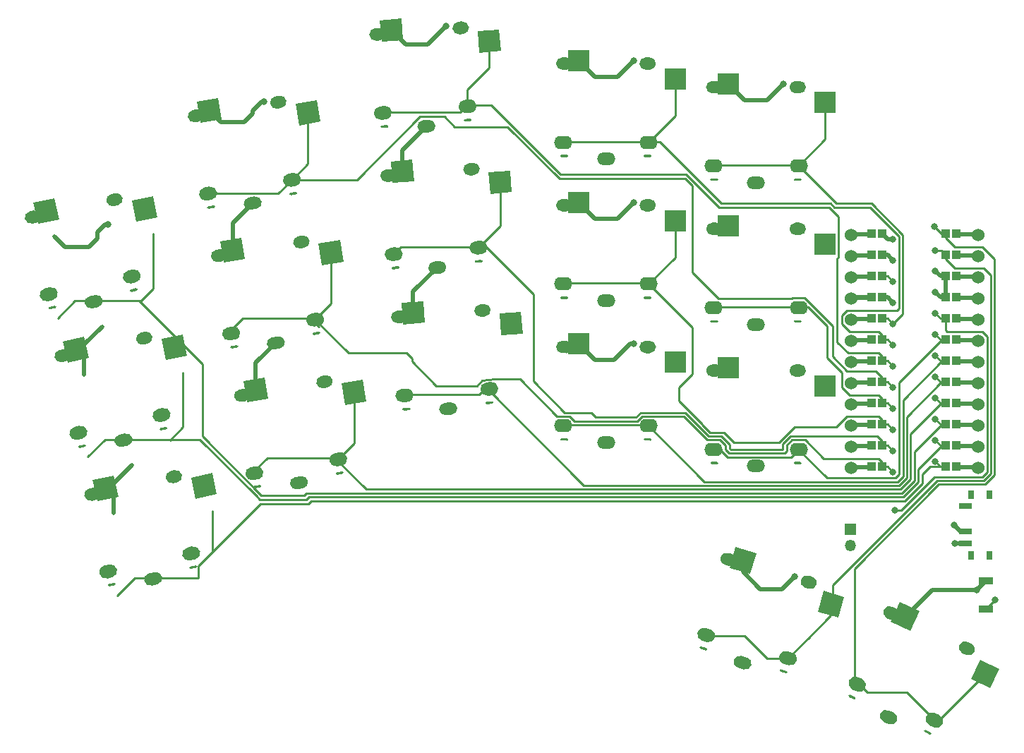
<source format=gbl>
G04 #@! TF.GenerationSoftware,KiCad,Pcbnew,5.1.10*
G04 #@! TF.CreationDate,2021-11-16T18:12:20-06:00*
G04 #@! TF.ProjectId,a_dux_dux,615f6475-785f-4647-9578-2e6b69636164,VERSION_HERE*
G04 #@! TF.SameCoordinates,Original*
G04 #@! TF.FileFunction,Copper,L2,Bot*
G04 #@! TF.FilePolarity,Positive*
%FSLAX46Y46*%
G04 Gerber Fmt 4.6, Leading zero omitted, Abs format (unit mm)*
G04 Created by KiCad (PCBNEW 5.1.10) date 2021-11-16 18:12:20*
%MOMM*%
%LPD*%
G01*
G04 APERTURE LIST*
G04 #@! TA.AperFunction,EtchedComponent*
%ADD10C,0.100000*%
G04 #@! TD*
G04 #@! TA.AperFunction,SMDPad,CuDef*
%ADD11C,0.100000*%
G04 #@! TD*
G04 #@! TA.AperFunction,SMDPad,CuDef*
%ADD12R,2.600000X2.600000*%
G04 #@! TD*
G04 #@! TA.AperFunction,ComponentPad*
%ADD13O,2.200000X1.600000*%
G04 #@! TD*
G04 #@! TA.AperFunction,ComponentPad*
%ADD14O,2.200000X1.500000*%
G04 #@! TD*
G04 #@! TA.AperFunction,SMDPad,CuDef*
%ADD15R,1.700000X0.900000*%
G04 #@! TD*
G04 #@! TA.AperFunction,SMDPad,CuDef*
%ADD16R,1.500000X0.700000*%
G04 #@! TD*
G04 #@! TA.AperFunction,SMDPad,CuDef*
%ADD17R,0.800000X1.000000*%
G04 #@! TD*
G04 #@! TA.AperFunction,ComponentPad*
%ADD18O,1.350000X1.350000*%
G04 #@! TD*
G04 #@! TA.AperFunction,ComponentPad*
%ADD19R,1.350000X1.350000*%
G04 #@! TD*
G04 #@! TA.AperFunction,ComponentPad*
%ADD20C,1.524000*%
G04 #@! TD*
G04 #@! TA.AperFunction,ViaPad*
%ADD21C,0.800000*%
G04 #@! TD*
G04 #@! TA.AperFunction,Conductor*
%ADD22C,0.250000*%
G04 #@! TD*
G04 #@! TA.AperFunction,Conductor*
%ADD23C,0.500000*%
G04 #@! TD*
G04 APERTURE END LIST*
D10*
G04 #@! TO.C,C1*
G36*
X282956000Y-103097000D02*
G01*
X280416000Y-103097000D01*
X280416000Y-103478000D01*
X282956000Y-103478000D01*
X282956000Y-103097000D01*
G37*
X282956000Y-103097000D02*
X280416000Y-103097000D01*
X280416000Y-103478000D01*
X282956000Y-103478000D01*
X282956000Y-103097000D01*
G36*
X295656000Y-98017000D02*
G01*
X293116000Y-98017000D01*
X293116000Y-98398000D01*
X295656000Y-98398000D01*
X295656000Y-98017000D01*
G37*
X295656000Y-98017000D02*
X293116000Y-98017000D01*
X293116000Y-98398000D01*
X295656000Y-98398000D01*
X295656000Y-98017000D01*
G36*
X295656000Y-100557000D02*
G01*
X293116000Y-100557000D01*
X293116000Y-100938000D01*
X295656000Y-100938000D01*
X295656000Y-100557000D01*
G37*
X295656000Y-100557000D02*
X293116000Y-100557000D01*
X293116000Y-100938000D01*
X295656000Y-100938000D01*
X295656000Y-100557000D01*
G36*
X295656000Y-103097000D02*
G01*
X293116000Y-103097000D01*
X293116000Y-103478000D01*
X295656000Y-103478000D01*
X295656000Y-103097000D01*
G37*
X295656000Y-103097000D02*
X293116000Y-103097000D01*
X293116000Y-103478000D01*
X295656000Y-103478000D01*
X295656000Y-103097000D01*
G36*
X295656000Y-105637000D02*
G01*
X293116000Y-105637000D01*
X293116000Y-106018000D01*
X295656000Y-106018000D01*
X295656000Y-105637000D01*
G37*
X295656000Y-105637000D02*
X293116000Y-105637000D01*
X293116000Y-106018000D01*
X295656000Y-106018000D01*
X295656000Y-105637000D01*
G36*
X295656000Y-108177000D02*
G01*
X293116000Y-108177000D01*
X293116000Y-108558000D01*
X295656000Y-108558000D01*
X295656000Y-108177000D01*
G37*
X295656000Y-108177000D02*
X293116000Y-108177000D01*
X293116000Y-108558000D01*
X295656000Y-108558000D01*
X295656000Y-108177000D01*
G36*
X282956000Y-108177000D02*
G01*
X280416000Y-108177000D01*
X280416000Y-108558000D01*
X282956000Y-108558000D01*
X282956000Y-108177000D01*
G37*
X282956000Y-108177000D02*
X280416000Y-108177000D01*
X280416000Y-108558000D01*
X282956000Y-108558000D01*
X282956000Y-108177000D01*
G36*
X282956000Y-92937000D02*
G01*
X280416000Y-92937000D01*
X280416000Y-93318000D01*
X282956000Y-93318000D01*
X282956000Y-92937000D01*
G37*
X282956000Y-92937000D02*
X280416000Y-92937000D01*
X280416000Y-93318000D01*
X282956000Y-93318000D01*
X282956000Y-92937000D01*
G36*
X282956000Y-100557000D02*
G01*
X280416000Y-100557000D01*
X280416000Y-100938000D01*
X282956000Y-100938000D01*
X282956000Y-100557000D01*
G37*
X282956000Y-100557000D02*
X280416000Y-100557000D01*
X280416000Y-100938000D01*
X282956000Y-100938000D01*
X282956000Y-100557000D01*
G36*
X295656000Y-85317000D02*
G01*
X293116000Y-85317000D01*
X293116000Y-85698000D01*
X295656000Y-85698000D01*
X295656000Y-85317000D01*
G37*
X295656000Y-85317000D02*
X293116000Y-85317000D01*
X293116000Y-85698000D01*
X295656000Y-85698000D01*
X295656000Y-85317000D01*
G36*
X295656000Y-87857000D02*
G01*
X293116000Y-87857000D01*
X293116000Y-88238000D01*
X295656000Y-88238000D01*
X295656000Y-87857000D01*
G37*
X295656000Y-87857000D02*
X293116000Y-87857000D01*
X293116000Y-88238000D01*
X295656000Y-88238000D01*
X295656000Y-87857000D01*
G36*
X295656000Y-90397000D02*
G01*
X293116000Y-90397000D01*
X293116000Y-90778000D01*
X295656000Y-90778000D01*
X295656000Y-90397000D01*
G37*
X295656000Y-90397000D02*
X293116000Y-90397000D01*
X293116000Y-90778000D01*
X295656000Y-90778000D01*
X295656000Y-90397000D01*
G36*
X295656000Y-92937000D02*
G01*
X293116000Y-92937000D01*
X293116000Y-93318000D01*
X295656000Y-93318000D01*
X295656000Y-92937000D01*
G37*
X295656000Y-92937000D02*
X293116000Y-92937000D01*
X293116000Y-93318000D01*
X295656000Y-93318000D01*
X295656000Y-92937000D01*
G36*
X295656000Y-95477000D02*
G01*
X293116000Y-95477000D01*
X293116000Y-95858000D01*
X295656000Y-95858000D01*
X295656000Y-95477000D01*
G37*
X295656000Y-95477000D02*
X293116000Y-95477000D01*
X293116000Y-95858000D01*
X295656000Y-95858000D01*
X295656000Y-95477000D01*
G36*
X295656000Y-82777000D02*
G01*
X293116000Y-82777000D01*
X293116000Y-83158000D01*
X295656000Y-83158000D01*
X295656000Y-82777000D01*
G37*
X295656000Y-82777000D02*
X293116000Y-82777000D01*
X293116000Y-83158000D01*
X295656000Y-83158000D01*
X295656000Y-82777000D01*
G36*
X282956000Y-95477000D02*
G01*
X280416000Y-95477000D01*
X280416000Y-95858000D01*
X282956000Y-95858000D01*
X282956000Y-95477000D01*
G37*
X282956000Y-95477000D02*
X280416000Y-95477000D01*
X280416000Y-95858000D01*
X282956000Y-95858000D01*
X282956000Y-95477000D01*
G36*
X295656000Y-110717000D02*
G01*
X293116000Y-110717000D01*
X293116000Y-111098000D01*
X295656000Y-111098000D01*
X295656000Y-110717000D01*
G37*
X295656000Y-110717000D02*
X293116000Y-110717000D01*
X293116000Y-111098000D01*
X295656000Y-111098000D01*
X295656000Y-110717000D01*
G36*
X282956000Y-82777000D02*
G01*
X280416000Y-82777000D01*
X280416000Y-83158000D01*
X282956000Y-83158000D01*
X282956000Y-82777000D01*
G37*
X282956000Y-82777000D02*
X280416000Y-82777000D01*
X280416000Y-83158000D01*
X282956000Y-83158000D01*
X282956000Y-82777000D01*
G36*
X282956000Y-85317000D02*
G01*
X280416000Y-85317000D01*
X280416000Y-85698000D01*
X282956000Y-85698000D01*
X282956000Y-85317000D01*
G37*
X282956000Y-85317000D02*
X280416000Y-85317000D01*
X280416000Y-85698000D01*
X282956000Y-85698000D01*
X282956000Y-85317000D01*
G36*
X282956000Y-87857000D02*
G01*
X280416000Y-87857000D01*
X280416000Y-88238000D01*
X282956000Y-88238000D01*
X282956000Y-87857000D01*
G37*
X282956000Y-87857000D02*
X280416000Y-87857000D01*
X280416000Y-88238000D01*
X282956000Y-88238000D01*
X282956000Y-87857000D01*
G36*
X282956000Y-90397000D02*
G01*
X280416000Y-90397000D01*
X280416000Y-90778000D01*
X282956000Y-90778000D01*
X282956000Y-90397000D01*
G37*
X282956000Y-90397000D02*
X280416000Y-90397000D01*
X280416000Y-90778000D01*
X282956000Y-90778000D01*
X282956000Y-90397000D01*
G36*
X282956000Y-110717000D02*
G01*
X280416000Y-110717000D01*
X280416000Y-111098000D01*
X282956000Y-111098000D01*
X282956000Y-110717000D01*
G37*
X282956000Y-110717000D02*
X280416000Y-110717000D01*
X280416000Y-111098000D01*
X282956000Y-111098000D01*
X282956000Y-110717000D01*
G36*
X282956000Y-105637000D02*
G01*
X280416000Y-105637000D01*
X280416000Y-106018000D01*
X282956000Y-106018000D01*
X282956000Y-105637000D01*
G37*
X282956000Y-105637000D02*
X280416000Y-105637000D01*
X280416000Y-106018000D01*
X282956000Y-106018000D01*
X282956000Y-105637000D01*
G36*
X282956000Y-98017000D02*
G01*
X280416000Y-98017000D01*
X280416000Y-98398000D01*
X282956000Y-98398000D01*
X282956000Y-98017000D01*
G37*
X282956000Y-98017000D02*
X280416000Y-98017000D01*
X280416000Y-98398000D01*
X282956000Y-98398000D01*
X282956000Y-98017000D01*
G36*
X295656000Y-111125000D02*
G01*
X293116000Y-111125000D01*
X293116000Y-110744000D01*
X295656000Y-110744000D01*
X295656000Y-111125000D01*
G37*
X295656000Y-111125000D02*
X293116000Y-111125000D01*
X293116000Y-110744000D01*
X295656000Y-110744000D01*
X295656000Y-111125000D01*
G36*
X295656000Y-108585000D02*
G01*
X293116000Y-108585000D01*
X293116000Y-108204000D01*
X295656000Y-108204000D01*
X295656000Y-108585000D01*
G37*
X295656000Y-108585000D02*
X293116000Y-108585000D01*
X293116000Y-108204000D01*
X295656000Y-108204000D01*
X295656000Y-108585000D01*
G36*
X295656000Y-106045000D02*
G01*
X293116000Y-106045000D01*
X293116000Y-105664000D01*
X295656000Y-105664000D01*
X295656000Y-106045000D01*
G37*
X295656000Y-106045000D02*
X293116000Y-106045000D01*
X293116000Y-105664000D01*
X295656000Y-105664000D01*
X295656000Y-106045000D01*
G36*
X295656000Y-103505000D02*
G01*
X293116000Y-103505000D01*
X293116000Y-103124000D01*
X295656000Y-103124000D01*
X295656000Y-103505000D01*
G37*
X295656000Y-103505000D02*
X293116000Y-103505000D01*
X293116000Y-103124000D01*
X295656000Y-103124000D01*
X295656000Y-103505000D01*
G36*
X295656000Y-100965000D02*
G01*
X293116000Y-100965000D01*
X293116000Y-100584000D01*
X295656000Y-100584000D01*
X295656000Y-100965000D01*
G37*
X295656000Y-100965000D02*
X293116000Y-100965000D01*
X293116000Y-100584000D01*
X295656000Y-100584000D01*
X295656000Y-100965000D01*
G36*
X295656000Y-98425000D02*
G01*
X293116000Y-98425000D01*
X293116000Y-98044000D01*
X295656000Y-98044000D01*
X295656000Y-98425000D01*
G37*
X295656000Y-98425000D02*
X293116000Y-98425000D01*
X293116000Y-98044000D01*
X295656000Y-98044000D01*
X295656000Y-98425000D01*
G36*
X295656000Y-95885000D02*
G01*
X293116000Y-95885000D01*
X293116000Y-95504000D01*
X295656000Y-95504000D01*
X295656000Y-95885000D01*
G37*
X295656000Y-95885000D02*
X293116000Y-95885000D01*
X293116000Y-95504000D01*
X295656000Y-95504000D01*
X295656000Y-95885000D01*
G36*
X295656000Y-93345000D02*
G01*
X293116000Y-93345000D01*
X293116000Y-92964000D01*
X295656000Y-92964000D01*
X295656000Y-93345000D01*
G37*
X295656000Y-93345000D02*
X293116000Y-93345000D01*
X293116000Y-92964000D01*
X295656000Y-92964000D01*
X295656000Y-93345000D01*
G36*
X295656000Y-90805000D02*
G01*
X293116000Y-90805000D01*
X293116000Y-90424000D01*
X295656000Y-90424000D01*
X295656000Y-90805000D01*
G37*
X295656000Y-90805000D02*
X293116000Y-90805000D01*
X293116000Y-90424000D01*
X295656000Y-90424000D01*
X295656000Y-90805000D01*
G36*
X295656000Y-88265000D02*
G01*
X293116000Y-88265000D01*
X293116000Y-87884000D01*
X295656000Y-87884000D01*
X295656000Y-88265000D01*
G37*
X295656000Y-88265000D02*
X293116000Y-88265000D01*
X293116000Y-87884000D01*
X295656000Y-87884000D01*
X295656000Y-88265000D01*
G36*
X295656000Y-85725000D02*
G01*
X293116000Y-85725000D01*
X293116000Y-85344000D01*
X295656000Y-85344000D01*
X295656000Y-85725000D01*
G37*
X295656000Y-85725000D02*
X293116000Y-85725000D01*
X293116000Y-85344000D01*
X295656000Y-85344000D01*
X295656000Y-85725000D01*
G36*
X295656000Y-83185000D02*
G01*
X293116000Y-83185000D01*
X293116000Y-82804000D01*
X295656000Y-82804000D01*
X295656000Y-83185000D01*
G37*
X295656000Y-83185000D02*
X293116000Y-83185000D01*
X293116000Y-82804000D01*
X295656000Y-82804000D01*
X295656000Y-83185000D01*
G36*
X282956000Y-111125000D02*
G01*
X280416000Y-111125000D01*
X280416000Y-110744000D01*
X282956000Y-110744000D01*
X282956000Y-111125000D01*
G37*
X282956000Y-111125000D02*
X280416000Y-111125000D01*
X280416000Y-110744000D01*
X282956000Y-110744000D01*
X282956000Y-111125000D01*
G36*
X282956000Y-108585000D02*
G01*
X280416000Y-108585000D01*
X280416000Y-108204000D01*
X282956000Y-108204000D01*
X282956000Y-108585000D01*
G37*
X282956000Y-108585000D02*
X280416000Y-108585000D01*
X280416000Y-108204000D01*
X282956000Y-108204000D01*
X282956000Y-108585000D01*
G36*
X282956000Y-106045000D02*
G01*
X280416000Y-106045000D01*
X280416000Y-105664000D01*
X282956000Y-105664000D01*
X282956000Y-106045000D01*
G37*
X282956000Y-106045000D02*
X280416000Y-106045000D01*
X280416000Y-105664000D01*
X282956000Y-105664000D01*
X282956000Y-106045000D01*
G36*
X282956000Y-103505000D02*
G01*
X280416000Y-103505000D01*
X280416000Y-103124000D01*
X282956000Y-103124000D01*
X282956000Y-103505000D01*
G37*
X282956000Y-103505000D02*
X280416000Y-103505000D01*
X280416000Y-103124000D01*
X282956000Y-103124000D01*
X282956000Y-103505000D01*
G36*
X282956000Y-100965000D02*
G01*
X280416000Y-100965000D01*
X280416000Y-100584000D01*
X282956000Y-100584000D01*
X282956000Y-100965000D01*
G37*
X282956000Y-100965000D02*
X280416000Y-100965000D01*
X280416000Y-100584000D01*
X282956000Y-100584000D01*
X282956000Y-100965000D01*
G36*
X282956000Y-98425000D02*
G01*
X280416000Y-98425000D01*
X280416000Y-98044000D01*
X282956000Y-98044000D01*
X282956000Y-98425000D01*
G37*
X282956000Y-98425000D02*
X280416000Y-98425000D01*
X280416000Y-98044000D01*
X282956000Y-98044000D01*
X282956000Y-98425000D01*
G36*
X282956000Y-95885000D02*
G01*
X280416000Y-95885000D01*
X280416000Y-95504000D01*
X282956000Y-95504000D01*
X282956000Y-95885000D01*
G37*
X282956000Y-95885000D02*
X280416000Y-95885000D01*
X280416000Y-95504000D01*
X282956000Y-95504000D01*
X282956000Y-95885000D01*
G36*
X282956000Y-93345000D02*
G01*
X280416000Y-93345000D01*
X280416000Y-92964000D01*
X282956000Y-92964000D01*
X282956000Y-93345000D01*
G37*
X282956000Y-93345000D02*
X280416000Y-93345000D01*
X280416000Y-92964000D01*
X282956000Y-92964000D01*
X282956000Y-93345000D01*
G36*
X282956000Y-88265000D02*
G01*
X280416000Y-88265000D01*
X280416000Y-87884000D01*
X282956000Y-87884000D01*
X282956000Y-88265000D01*
G37*
X282956000Y-88265000D02*
X280416000Y-88265000D01*
X280416000Y-87884000D01*
X282956000Y-87884000D01*
X282956000Y-88265000D01*
G36*
X282956000Y-90805000D02*
G01*
X280416000Y-90805000D01*
X280416000Y-90424000D01*
X282956000Y-90424000D01*
X282956000Y-90805000D01*
G37*
X282956000Y-90805000D02*
X280416000Y-90805000D01*
X280416000Y-90424000D01*
X282956000Y-90424000D01*
X282956000Y-90805000D01*
G36*
X282956000Y-85725000D02*
G01*
X280416000Y-85725000D01*
X280416000Y-85344000D01*
X282956000Y-85344000D01*
X282956000Y-85725000D01*
G37*
X282956000Y-85725000D02*
X280416000Y-85725000D01*
X280416000Y-85344000D01*
X282956000Y-85344000D01*
X282956000Y-85725000D01*
G36*
X282956000Y-83185000D02*
G01*
X280416000Y-83185000D01*
X280416000Y-82804000D01*
X282956000Y-82804000D01*
X282956000Y-83185000D01*
G37*
X282956000Y-83185000D02*
X280416000Y-83185000D01*
X280416000Y-82804000D01*
X282956000Y-82804000D01*
X282956000Y-83185000D01*
G04 #@! TD*
G04 #@! TO.P,S4,*
G04 #@! TO.N,*
G04 #@! TA.AperFunction,ComponentPad*
G36*
G01*
X198476866Y-106205274D02*
X198476866Y-106205274D01*
G75*
G02*
X198360092Y-106382372I-146936J-30162D01*
G01*
X197674390Y-106523126D01*
G75*
G02*
X197497292Y-106406352I-30162J146936D01*
G01*
X197497292Y-106406352D01*
G75*
G02*
X197614066Y-106229254I146936J30162D01*
G01*
X198299768Y-106088500D01*
G75*
G02*
X198476866Y-106205274I30162J-146936D01*
G01*
G37*
G04 #@! TD.AperFunction*
G04 #@! TA.AperFunction,ComponentPad*
G36*
G01*
X188699034Y-108301460D02*
X188699034Y-108301460D01*
G75*
G02*
X188582260Y-108478558I-146936J-30162D01*
G01*
X187896558Y-108619312D01*
G75*
G02*
X187719460Y-108502538I-30162J146936D01*
G01*
X187719460Y-108502538D01*
G75*
G02*
X187836234Y-108325440I146936J30162D01*
G01*
X188521936Y-108184686D01*
G75*
G02*
X188699034Y-108301460I30162J-146936D01*
G01*
G37*
G04 #@! TD.AperFunction*
G04 #@! TA.AperFunction,SMDPad,CuDef*
D11*
G04 #@! TO.P,S4,1*
G04 #@! TO.N,P8*
G36*
X198273663Y-98101466D02*
G01*
X197728655Y-95559230D01*
X200270891Y-95014222D01*
X200815899Y-97556458D01*
X198273663Y-98101466D01*
G37*
G04 #@! TD.AperFunction*
G04 #@! TA.AperFunction,SMDPad,CuDef*
G04 #@! TO.P,S4,2*
G04 #@! TO.N,GND*
G36*
X186470216Y-98381918D02*
G01*
X185925208Y-95839682D01*
X188467444Y-95294674D01*
X189012452Y-97836910D01*
X186470216Y-98381918D01*
G37*
G04 #@! TD.AperFunction*
G04 #@! TO.P,S4,1*
G04 #@! TO.N,P8*
G04 #@! TA.AperFunction,ComponentPad*
G36*
G01*
X198814549Y-104440928D02*
X198814549Y-104440928D01*
G75*
G02*
X198200017Y-105390850I-782227J-167695D01*
G01*
X197613347Y-105516622D01*
G75*
G02*
X196663425Y-104902090I-167695J782227D01*
G01*
X196663425Y-104902090D01*
G75*
G02*
X197277957Y-103952168I782227J167695D01*
G01*
X197864627Y-103826396D01*
G75*
G02*
X198814549Y-104440928I167695J-782227D01*
G01*
G37*
G04 #@! TD.AperFunction*
G04 #@! TO.P,S4,*
G04 #@! TO.N,*
G04 #@! TA.AperFunction,ComponentPad*
G36*
G01*
X186862056Y-97347528D02*
X186862056Y-97347528D01*
G75*
G02*
X186278183Y-98233017I-734681J-150808D01*
G01*
X185788395Y-98333555D01*
G75*
G02*
X184902906Y-97749682I-150808J734681D01*
G01*
X184902906Y-97749682D01*
G75*
G02*
X185486779Y-96864193I734681J150808D01*
G01*
X185976567Y-96763655D01*
G75*
G02*
X186862056Y-97347528I150808J-734681D01*
G01*
G37*
G04 #@! TD.AperFunction*
G04 #@! TO.P,S4,2*
G04 #@! TO.N,GND*
G04 #@! TA.AperFunction,ComponentPad*
G36*
G01*
X192095969Y-107926710D02*
X192095969Y-107926710D01*
G75*
G02*
X192672092Y-107036159I733337J157214D01*
G01*
X193356540Y-106889427D01*
G75*
G02*
X194247091Y-107465550I157214J-733337D01*
G01*
X194247091Y-107465550D01*
G75*
G02*
X193670968Y-108356101I-733337J-157214D01*
G01*
X192986520Y-108502833D01*
G75*
G02*
X192095969Y-107926710I-157214J733337D01*
G01*
G37*
G04 #@! TD.AperFunction*
G04 #@! TO.P,S4,1*
G04 #@! TO.N,P8*
G04 #@! TA.AperFunction,ComponentPad*
G36*
G01*
X186690036Y-107040199D02*
X186690036Y-107040199D01*
G75*
G02*
X187304568Y-106090277I782227J167695D01*
G01*
X187891238Y-105964505D01*
G75*
G02*
X188841160Y-106579037I167695J-782227D01*
G01*
X188841160Y-106579037D01*
G75*
G02*
X188226628Y-107528959I-782227J-167695D01*
G01*
X187639958Y-107654731D01*
G75*
G02*
X186690036Y-107040199I-167695J782227D01*
G01*
G37*
G04 #@! TD.AperFunction*
G04 #@! TO.P,S4,*
G04 #@! TO.N,*
G04 #@! TA.AperFunction,ComponentPad*
G36*
G01*
X194684396Y-95670562D02*
X194684396Y-95670562D01*
G75*
G02*
X195252727Y-94775017I731938J163607D01*
G01*
X195740685Y-94665945D01*
G75*
G02*
X196636230Y-95234276I163607J-731938D01*
G01*
X196636230Y-95234276D01*
G75*
G02*
X196067899Y-96129821I-731938J-163607D01*
G01*
X195579941Y-96238893D01*
G75*
G02*
X194684396Y-95670562I-163607J731938D01*
G01*
G37*
G04 #@! TD.AperFunction*
G04 #@! TD*
G04 #@! TO.P,S16,*
G04 #@! TO.N,*
G04 #@! TA.AperFunction,ComponentPad*
G36*
G01*
X236283329Y-86208325D02*
X236283329Y-86208325D01*
G75*
G02*
X236143878Y-86368180I-149653J-10202D01*
G01*
X235445500Y-86415790D01*
G75*
G02*
X235285645Y-86276339I-10202J149653D01*
G01*
X235285645Y-86276339D01*
G75*
G02*
X235425096Y-86116484I149653J10202D01*
G01*
X236123474Y-86068874D01*
G75*
G02*
X236283329Y-86208325I10202J-149653D01*
G01*
G37*
G04 #@! TD.AperFunction*
G04 #@! TA.AperFunction,ComponentPad*
G36*
G01*
X226312802Y-86975515D02*
X226312802Y-86975515D01*
G75*
G02*
X226173351Y-87135370I-149653J-10202D01*
G01*
X225474973Y-87182980D01*
G75*
G02*
X225315118Y-87043529I-10202J149653D01*
G01*
X225315118Y-87043529D01*
G75*
G02*
X225454569Y-86883674I149653J10202D01*
G01*
X226152947Y-86836064D01*
G75*
G02*
X226312802Y-86975515I10202J-149653D01*
G01*
G37*
G04 #@! TD.AperFunction*
G04 #@! TA.AperFunction,SMDPad,CuDef*
G04 #@! TO.P,S16,1*
G04 #@! TO.N,P16*
G36*
X237167756Y-78150359D02*
G01*
X236968287Y-75558022D01*
X239560624Y-75358553D01*
X239760093Y-77950890D01*
X237167756Y-78150359D01*
G37*
G04 #@! TD.AperFunction*
G04 #@! TA.AperFunction,SMDPad,CuDef*
G04 #@! TO.P,S16,2*
G04 #@! TO.N,GND*
G36*
X225433162Y-76846784D02*
G01*
X225233693Y-74254447D01*
X227826030Y-74054978D01*
X228025499Y-76647315D01*
X225433162Y-76846784D01*
G37*
G04 #@! TD.AperFunction*
G04 #@! TO.P,S16,1*
G04 #@! TO.N,P16*
G04 #@! TA.AperFunction,ComponentPad*
G36*
G01*
X236854364Y-84505132D02*
X236854364Y-84505132D01*
G75*
G02*
X236118097Y-85364149I-797642J-61375D01*
G01*
X235519865Y-85410181D01*
G75*
G02*
X234660848Y-84673914I-61375J797642D01*
G01*
X234660848Y-84673914D01*
G75*
G02*
X235397115Y-83814897I797642J61375D01*
G01*
X235995347Y-83768865D01*
G75*
G02*
X236854364Y-84505132I61375J-797642D01*
G01*
G37*
G04 #@! TD.AperFunction*
G04 #@! TO.P,S16,*
G04 #@! TO.N,*
G04 #@! TA.AperFunction,ComponentPad*
G36*
G01*
X225960063Y-75874221D02*
X225960063Y-75874221D01*
G75*
G02*
X225262811Y-76673495I-748263J-51011D01*
G01*
X224763969Y-76707503D01*
G75*
G02*
X223964695Y-76010251I-51011J748263D01*
G01*
X223964695Y-76010251D01*
G75*
G02*
X224661947Y-75210977I748263J51011D01*
G01*
X225160789Y-75176969D01*
G75*
G02*
X225960063Y-75874221I51011J-748263D01*
G01*
G37*
G04 #@! TD.AperFunction*
G04 #@! TO.P,S16,2*
G04 #@! TO.N,GND*
G04 #@! TA.AperFunction,ComponentPad*
G36*
G01*
X229729317Y-87059286D02*
X229729317Y-87059286D01*
G75*
G02*
X230419568Y-86253957I747790J57539D01*
G01*
X231117504Y-86200253D01*
G75*
G02*
X231922833Y-86890504I57539J-747790D01*
G01*
X231922833Y-86890504D01*
G75*
G02*
X231232582Y-87695833I-747790J-57539D01*
G01*
X230534646Y-87749537D01*
G75*
G02*
X229729317Y-87059286I-57539J747790D01*
G01*
G37*
G04 #@! TD.AperFunction*
G04 #@! TO.P,S16,1*
G04 #@! TO.N,P16*
G04 #@! TA.AperFunction,ComponentPad*
G36*
G01*
X224490910Y-85456448D02*
X224490910Y-85456448D01*
G75*
G02*
X225227177Y-84597431I797642J61375D01*
G01*
X225825409Y-84551399D01*
G75*
G02*
X226684426Y-85287666I61375J-797642D01*
G01*
X226684426Y-85287666D01*
G75*
G02*
X225948159Y-86146683I-797642J-61375D01*
G01*
X225349927Y-86192715D01*
G75*
G02*
X224490910Y-85456448I-61375J797642D01*
G01*
G37*
G04 #@! TD.AperFunction*
G04 #@! TO.P,S16,*
G04 #@! TO.N,*
G04 #@! TA.AperFunction,ComponentPad*
G36*
G01*
X233936561Y-75260463D02*
X233936561Y-75260463D01*
G75*
G02*
X234619757Y-74449141I747259J64063D01*
G01*
X235117929Y-74406433D01*
G75*
G02*
X235929251Y-75089629I64063J-747259D01*
G01*
X235929251Y-75089629D01*
G75*
G02*
X235246055Y-75900951I-747259J-64063D01*
G01*
X234747883Y-75943659D01*
G75*
G02*
X233936561Y-75260463I-64063J747259D01*
G01*
G37*
G04 #@! TD.AperFunction*
G04 #@! TD*
G04 #@! TO.P,S34,*
G04 #@! TO.N,*
G04 #@! TA.AperFunction,ComponentPad*
G36*
G01*
X290106229Y-142947640D02*
X290106229Y-142947640D01*
G75*
G02*
X289906264Y-143018451I-135388J64577D01*
G01*
X289274454Y-142717093D01*
G75*
G02*
X289203643Y-142517128I64577J135388D01*
G01*
X289203643Y-142517128D01*
G75*
G02*
X289403608Y-142446317I135388J-64577D01*
G01*
X290035418Y-142747675D01*
G75*
G02*
X290106229Y-142947640I-64577J-135388D01*
G01*
G37*
G04 #@! TD.AperFunction*
G04 #@! TA.AperFunction,ComponentPad*
G36*
G01*
X281043151Y-138721457D02*
X281043151Y-138721457D01*
G75*
G02*
X280843186Y-138792268I-135388J64577D01*
G01*
X280211376Y-138490910D01*
G75*
G02*
X280140565Y-138290945I64577J135388D01*
G01*
X280140565Y-138290945D01*
G75*
G02*
X280340530Y-138220134I135388J-64577D01*
G01*
X280972340Y-138521492D01*
G75*
G02*
X281043151Y-138721457I-64577J-135388D01*
G01*
G37*
G04 #@! TD.AperFunction*
G04 #@! TA.AperFunction,SMDPad,CuDef*
G04 #@! TO.P,S34,1*
G04 #@! TO.N,P1*
G36*
X294832438Y-136361597D02*
G01*
X295931246Y-134005197D01*
X298287646Y-135104005D01*
X297188838Y-137460405D01*
X294832438Y-136361597D01*
G37*
G04 #@! TD.AperFunction*
G04 #@! TA.AperFunction,SMDPad,CuDef*
G04 #@! TO.P,S34,2*
G04 #@! TO.N,GND*
G36*
X285249027Y-129465348D02*
G01*
X286347835Y-127108948D01*
X288704235Y-128207756D01*
X287605427Y-130564156D01*
X285249027Y-129465348D01*
G37*
G04 #@! TD.AperFunction*
G04 #@! TO.P,S34,1*
G04 #@! TO.N,P1*
G04 #@! TA.AperFunction,ComponentPad*
G36*
G01*
X291439824Y-141744118D02*
X291439824Y-141744118D01*
G75*
G02*
X290376683Y-142131069I-725046J338095D01*
G01*
X289832899Y-141877499D01*
G75*
G02*
X289445948Y-140814358I338095J725046D01*
G01*
X289445948Y-140814358D01*
G75*
G02*
X290509089Y-140427407I725046J-338095D01*
G01*
X291052873Y-140680977D01*
G75*
G02*
X291439824Y-141744118I-338095J-725046D01*
G01*
G37*
G04 #@! TD.AperFunction*
G04 #@! TO.P,S34,*
G04 #@! TO.N,*
G04 #@! TA.AperFunction,ComponentPad*
G36*
G01*
X286185505Y-128876695D02*
X286185505Y-128876695D01*
G75*
G02*
X285185683Y-129230751I-676939J322883D01*
G01*
X284734391Y-129015495D01*
G75*
G02*
X284380335Y-128015673I322883J676939D01*
G01*
X284380335Y-128015673D01*
G75*
G02*
X285380157Y-127661617I676939J-322883D01*
G01*
X285831449Y-127876873D01*
G75*
G02*
X286185505Y-128876695I-322883J-676939D01*
G01*
G37*
G04 #@! TD.AperFunction*
G04 #@! TO.P,S34,2*
G04 #@! TO.N,GND*
G04 #@! TA.AperFunction,ComponentPad*
G36*
G01*
X283978541Y-140471620D02*
X283978541Y-140471620D01*
G75*
G02*
X284975236Y-140108853I679731J-316964D01*
G01*
X285609652Y-140404685D01*
G75*
G02*
X285972419Y-141401380I-316964J-679731D01*
G01*
X285972419Y-141401380D01*
G75*
G02*
X284975724Y-141764147I-679731J316964D01*
G01*
X284341308Y-141468315D01*
G75*
G02*
X283978541Y-140471620I316964J679731D01*
G01*
G37*
G04 #@! TD.AperFunction*
G04 #@! TO.P,S34,1*
G04 #@! TO.N,P1*
G04 #@! TA.AperFunction,ComponentPad*
G36*
G01*
X280201609Y-136503651D02*
X280201609Y-136503651D01*
G75*
G02*
X281264750Y-136116700I725046J-338095D01*
G01*
X281808534Y-136370270D01*
G75*
G02*
X282195485Y-137433411I-338095J-725046D01*
G01*
X282195485Y-137433411D01*
G75*
G02*
X281132344Y-137820362I-725046J338095D01*
G01*
X280588560Y-137566792D01*
G75*
G02*
X280201609Y-136503651I338095J725046D01*
G01*
G37*
G04 #@! TD.AperFunction*
G04 #@! TO.P,S34,*
G04 #@! TO.N,*
G04 #@! TA.AperFunction,ComponentPad*
G36*
G01*
X293436037Y-132257674D02*
X293436037Y-132257674D01*
G75*
G02*
X294429528Y-131886223I682471J-311020D01*
G01*
X294884508Y-132093569D01*
G75*
G02*
X295255959Y-133087060I-311020J-682471D01*
G01*
X295255959Y-133087060D01*
G75*
G02*
X294262468Y-133458511I-682471J311020D01*
G01*
X293807488Y-133251165D01*
G75*
G02*
X293436037Y-132257674I311020J682471D01*
G01*
G37*
G04 #@! TD.AperFunction*
G04 #@! TD*
G04 #@! TO.P,S28,*
G04 #@! TO.N,*
G04 #@! TA.AperFunction,ComponentPad*
G36*
G01*
X274562799Y-93444335D02*
X274562799Y-93444335D01*
G75*
G02*
X274411496Y-93593020I-149994J1309D01*
G01*
X273711522Y-93586912D01*
G75*
G02*
X273562837Y-93435609I1309J149994D01*
G01*
X273562837Y-93435609D01*
G75*
G02*
X273714140Y-93286924I149994J-1309D01*
G01*
X274414114Y-93293032D01*
G75*
G02*
X274562799Y-93444335I-1309J-149994D01*
G01*
G37*
G04 #@! TD.AperFunction*
G04 #@! TA.AperFunction,ComponentPad*
G36*
G01*
X264562799Y-93444335D02*
X264562799Y-93444335D01*
G75*
G02*
X264411496Y-93593020I-149994J1309D01*
G01*
X263711522Y-93586912D01*
G75*
G02*
X263562837Y-93435609I1309J149994D01*
G01*
X263562837Y-93435609D01*
G75*
G02*
X263714140Y-93286924I149994J-1309D01*
G01*
X264414114Y-93293032D01*
G75*
G02*
X264562799Y-93444335I-1309J-149994D01*
G01*
G37*
G04 #@! TD.AperFunction*
D12*
G04 #@! TO.P,S28,1*
G04 #@! TO.N,P15*
X277362818Y-84177972D03*
G04 #@! TO.P,S28,2*
G04 #@! TO.N,GND*
X265762818Y-81977972D03*
D13*
G04 #@! TO.P,S28,1*
G04 #@! TO.N,P15*
X274162818Y-91789972D03*
G04 #@! TO.P,S28,*
G04 #@! TO.N,*
G04 #@! TA.AperFunction,ComponentPad*
G36*
G01*
X265062779Y-82348699D02*
X265062779Y-82348699D01*
G75*
G02*
X264306263Y-83092125I-749971J6545D01*
G01*
X263806283Y-83087761D01*
G75*
G02*
X263062857Y-82331245I6545J749971D01*
G01*
X263062857Y-82331245D01*
G75*
G02*
X263819373Y-81587819I749971J-6545D01*
G01*
X264319353Y-81592183D01*
G75*
G02*
X265062779Y-82348699I-6545J-749971D01*
G01*
G37*
G04 #@! TD.AperFunction*
D14*
G04 #@! TO.P,S28,2*
G04 #@! TO.N,GND*
X269062818Y-93789972D03*
D13*
G04 #@! TO.P,S28,1*
G04 #@! TO.N,P15*
X263962818Y-91789972D03*
G04 #@! TO.P,S28,*
G04 #@! TO.N,*
G04 #@! TA.AperFunction,ComponentPad*
G36*
G01*
X273062857Y-82348699D02*
X273062857Y-82348699D01*
G75*
G02*
X273806283Y-81592183I749971J6545D01*
G01*
X274306263Y-81587819D01*
G75*
G02*
X275062779Y-82331245I6545J-749971D01*
G01*
X275062779Y-82331245D01*
G75*
G02*
X274319353Y-83087761I-749971J-6545D01*
G01*
X273819373Y-83092125D01*
G75*
G02*
X273062857Y-82348699I-6545J749971D01*
G01*
G37*
G04 #@! TD.AperFunction*
G04 #@! TD*
G04 #@! TO.P,S32,*
G04 #@! TO.N,*
G04 #@! TA.AperFunction,ComponentPad*
G36*
G01*
X272838392Y-135547106D02*
X272838392Y-135547106D01*
G75*
G02*
X272652321Y-135648977I-143971J42100D01*
G01*
X271980457Y-135452511D01*
G75*
G02*
X271878586Y-135266440I42100J143971D01*
G01*
X271878586Y-135266440D01*
G75*
G02*
X272064657Y-135164569I143971J-42100D01*
G01*
X272736521Y-135361035D01*
G75*
G02*
X272838392Y-135547106I-42100J-143971D01*
G01*
G37*
G04 #@! TD.AperFunction*
G04 #@! TA.AperFunction,ComponentPad*
G36*
G01*
X263216212Y-132824304D02*
X263216212Y-132824304D01*
G75*
G02*
X263030141Y-132926175I-143971J42100D01*
G01*
X262358277Y-132729709D01*
G75*
G02*
X262256406Y-132543638I42100J143971D01*
G01*
X262256406Y-132543638D01*
G75*
G02*
X262442477Y-132441767I143971J-42100D01*
G01*
X263114341Y-132638233D01*
G75*
G02*
X263216212Y-132824304I-42100J-143971D01*
G01*
G37*
G04 #@! TD.AperFunction*
G04 #@! TA.AperFunction,SMDPad,CuDef*
D11*
G04 #@! TO.P,S32,1*
G04 #@! TO.N,P0*
G36*
X276450820Y-128290154D02*
G01*
X277158749Y-125788387D01*
X279660516Y-126496316D01*
X278952587Y-128998083D01*
X276450820Y-128290154D01*
G37*
G04 #@! TD.AperFunction*
G04 #@! TA.AperFunction,SMDPad,CuDef*
G04 #@! TO.P,S32,2*
G04 #@! TO.N,GND*
G36*
X265888107Y-123014823D02*
G01*
X266596036Y-120513056D01*
X269097803Y-121220985D01*
X268389874Y-123722752D01*
X265888107Y-123014823D01*
G37*
G04 #@! TD.AperFunction*
G04 #@! TO.P,S32,1*
G04 #@! TO.N,P0*
G04 #@! TA.AperFunction,ComponentPad*
G36*
G01*
X273962412Y-134145849D02*
X273962412Y-134145849D01*
G75*
G02*
X272974814Y-134697799I-769774J217824D01*
G01*
X272397484Y-134534431D01*
G75*
G02*
X271845534Y-133546833I217824J769774D01*
G01*
X271845534Y-133546833D01*
G75*
G02*
X272833132Y-132994883I769774J-217824D01*
G01*
X273410462Y-133158251D01*
G75*
G02*
X273962412Y-134145849I-217824J-769774D01*
G01*
G37*
G04 #@! TD.AperFunction*
G04 #@! TO.P,S32,*
G04 #@! TO.N,*
G04 #@! TA.AperFunction,ComponentPad*
G36*
G01*
X266718424Y-122284018D02*
X266718424Y-122284018D01*
G75*
G02*
X265788070Y-122793372I-719854J210500D01*
G01*
X265308168Y-122653038D01*
G75*
G02*
X264798814Y-121722684I210500J719854D01*
G01*
X264798814Y-121722684D01*
G75*
G02*
X265729168Y-121213330I719854J-210500D01*
G01*
X266209070Y-121353664D01*
G75*
G02*
X266718424Y-122284018I-210500J-719854D01*
G01*
G37*
G04 #@! TD.AperFunction*
G04 #@! TO.P,S32,2*
G04 #@! TO.N,GND*
G04 #@! TA.AperFunction,ComponentPad*
G36*
G01*
X266393662Y-134082640D02*
X266393662Y-134082640D01*
G75*
G02*
X267319535Y-133565187I721663J-204210D01*
G01*
X267993087Y-133755783D01*
G75*
G02*
X268510540Y-134681656I-204210J-721663D01*
G01*
X268510540Y-134681656D01*
G75*
G02*
X267584667Y-135199109I-721663J204210D01*
G01*
X266911115Y-135008513D01*
G75*
G02*
X266393662Y-134082640I204210J721663D01*
G01*
G37*
G04 #@! TD.AperFunction*
G04 #@! TO.P,S32,1*
G04 #@! TO.N,P0*
G04 #@! TA.AperFunction,ComponentPad*
G36*
G01*
X262030910Y-130769575D02*
X262030910Y-130769575D01*
G75*
G02*
X263018508Y-130217625I769774J-217824D01*
G01*
X263595838Y-130380993D01*
G75*
G02*
X264147788Y-131368591I-217824J-769774D01*
G01*
X264147788Y-131368591D01*
G75*
G02*
X263160190Y-131920541I-769774J217824D01*
G01*
X262582860Y-131757173D01*
G75*
G02*
X262030910Y-130769575I217824J769774D01*
G01*
G37*
G04 #@! TD.AperFunction*
G04 #@! TO.P,S32,*
G04 #@! TO.N,*
G04 #@! TA.AperFunction,ComponentPad*
G36*
G01*
X274416242Y-124462280D02*
X274416242Y-124462280D01*
G75*
G02*
X275337565Y-123936767I723418J-197905D01*
G01*
X275819843Y-124068703D01*
G75*
G02*
X276345356Y-124990026I-197905J-723418D01*
G01*
X276345356Y-124990026D01*
G75*
G02*
X275424033Y-125515539I-723418J197905D01*
G01*
X274941755Y-125383603D01*
G75*
G02*
X274416242Y-124462280I197905J723418D01*
G01*
G37*
G04 #@! TD.AperFunction*
G04 #@! TD*
G04 #@! TO.P,S24,*
G04 #@! TO.N,*
G04 #@! TA.AperFunction,ComponentPad*
G36*
G01*
X256562812Y-73610966D02*
X256562812Y-73610966D01*
G75*
G02*
X256411509Y-73759651I-149994J1309D01*
G01*
X255711535Y-73753543D01*
G75*
G02*
X255562850Y-73602240I1309J149994D01*
G01*
X255562850Y-73602240D01*
G75*
G02*
X255714153Y-73453555I149994J-1309D01*
G01*
X256414127Y-73459663D01*
G75*
G02*
X256562812Y-73610966I-1309J-149994D01*
G01*
G37*
G04 #@! TD.AperFunction*
G04 #@! TA.AperFunction,ComponentPad*
G36*
G01*
X246562812Y-73610966D02*
X246562812Y-73610966D01*
G75*
G02*
X246411509Y-73759651I-149994J1309D01*
G01*
X245711535Y-73753543D01*
G75*
G02*
X245562850Y-73602240I1309J149994D01*
G01*
X245562850Y-73602240D01*
G75*
G02*
X245714153Y-73453555I149994J-1309D01*
G01*
X246414127Y-73459663D01*
G75*
G02*
X246562812Y-73610966I-1309J-149994D01*
G01*
G37*
G04 #@! TD.AperFunction*
D12*
G04 #@! TO.P,S24,1*
G04 #@! TO.N,P20*
X259362831Y-64344603D03*
G04 #@! TO.P,S24,2*
G04 #@! TO.N,GND*
X247762831Y-62144603D03*
D13*
G04 #@! TO.P,S24,1*
G04 #@! TO.N,P20*
X256162831Y-71956603D03*
G04 #@! TO.P,S24,*
G04 #@! TO.N,*
G04 #@! TA.AperFunction,ComponentPad*
G36*
G01*
X247062792Y-62515330D02*
X247062792Y-62515330D01*
G75*
G02*
X246306276Y-63258756I-749971J6545D01*
G01*
X245806296Y-63254392D01*
G75*
G02*
X245062870Y-62497876I6545J749971D01*
G01*
X245062870Y-62497876D01*
G75*
G02*
X245819386Y-61754450I749971J-6545D01*
G01*
X246319366Y-61758814D01*
G75*
G02*
X247062792Y-62515330I-6545J-749971D01*
G01*
G37*
G04 #@! TD.AperFunction*
D14*
G04 #@! TO.P,S24,2*
G04 #@! TO.N,GND*
X251062831Y-73956603D03*
D13*
G04 #@! TO.P,S24,1*
G04 #@! TO.N,P20*
X245962831Y-71956603D03*
G04 #@! TO.P,S24,*
G04 #@! TO.N,*
G04 #@! TA.AperFunction,ComponentPad*
G36*
G01*
X255062870Y-62515330D02*
X255062870Y-62515330D01*
G75*
G02*
X255806296Y-61758814I749971J6545D01*
G01*
X256306276Y-61754450D01*
G75*
G02*
X257062792Y-62497876I6545J-749971D01*
G01*
X257062792Y-62497876D01*
G75*
G02*
X256319366Y-63254392I-749971J-6545D01*
G01*
X255819386Y-63258756D01*
G75*
G02*
X255062870Y-62515330I-6545J749971D01*
G01*
G37*
G04 #@! TD.AperFunction*
G04 #@! TD*
G04 #@! TO.P,S18,*
G04 #@! TO.N,*
G04 #@! TA.AperFunction,ComponentPad*
G36*
G01*
X234979107Y-69258430D02*
X234979107Y-69258430D01*
G75*
G02*
X234839656Y-69418285I-149653J-10202D01*
G01*
X234141278Y-69465895D01*
G75*
G02*
X233981423Y-69326444I-10202J149653D01*
G01*
X233981423Y-69326444D01*
G75*
G02*
X234120874Y-69166589I149653J10202D01*
G01*
X234819252Y-69118979D01*
G75*
G02*
X234979107Y-69258430I10202J-149653D01*
G01*
G37*
G04 #@! TD.AperFunction*
G04 #@! TA.AperFunction,ComponentPad*
G36*
G01*
X225008580Y-70025620D02*
X225008580Y-70025620D01*
G75*
G02*
X224869129Y-70185475I-149653J-10202D01*
G01*
X224170751Y-70233085D01*
G75*
G02*
X224010896Y-70093634I-10202J149653D01*
G01*
X224010896Y-70093634D01*
G75*
G02*
X224150347Y-69933779I149653J10202D01*
G01*
X224848725Y-69886169D01*
G75*
G02*
X225008580Y-70025620I10202J-149653D01*
G01*
G37*
G04 #@! TD.AperFunction*
G04 #@! TA.AperFunction,SMDPad,CuDef*
D11*
G04 #@! TO.P,S18,1*
G04 #@! TO.N,P19*
G36*
X235863534Y-61200464D02*
G01*
X235664065Y-58608127D01*
X238256402Y-58408658D01*
X238455871Y-61000995D01*
X235863534Y-61200464D01*
G37*
G04 #@! TD.AperFunction*
G04 #@! TA.AperFunction,SMDPad,CuDef*
G04 #@! TO.P,S18,2*
G04 #@! TO.N,GND*
G36*
X224128940Y-59896889D02*
G01*
X223929471Y-57304552D01*
X226521808Y-57105083D01*
X226721277Y-59697420D01*
X224128940Y-59896889D01*
G37*
G04 #@! TD.AperFunction*
G04 #@! TO.P,S18,1*
G04 #@! TO.N,P19*
G04 #@! TA.AperFunction,ComponentPad*
G36*
G01*
X235550142Y-67555237D02*
X235550142Y-67555237D01*
G75*
G02*
X234813875Y-68414254I-797642J-61375D01*
G01*
X234215643Y-68460286D01*
G75*
G02*
X233356626Y-67724019I-61375J797642D01*
G01*
X233356626Y-67724019D01*
G75*
G02*
X234092893Y-66865002I797642J61375D01*
G01*
X234691125Y-66818970D01*
G75*
G02*
X235550142Y-67555237I61375J-797642D01*
G01*
G37*
G04 #@! TD.AperFunction*
G04 #@! TO.P,S18,*
G04 #@! TO.N,*
G04 #@! TA.AperFunction,ComponentPad*
G36*
G01*
X224655841Y-58924326D02*
X224655841Y-58924326D01*
G75*
G02*
X223958589Y-59723600I-748263J-51011D01*
G01*
X223459747Y-59757608D01*
G75*
G02*
X222660473Y-59060356I-51011J748263D01*
G01*
X222660473Y-59060356D01*
G75*
G02*
X223357725Y-58261082I748263J51011D01*
G01*
X223856567Y-58227074D01*
G75*
G02*
X224655841Y-58924326I51011J-748263D01*
G01*
G37*
G04 #@! TD.AperFunction*
G04 #@! TO.P,S18,2*
G04 #@! TO.N,GND*
G04 #@! TA.AperFunction,ComponentPad*
G36*
G01*
X228425095Y-70109391D02*
X228425095Y-70109391D01*
G75*
G02*
X229115346Y-69304062I747790J57539D01*
G01*
X229813282Y-69250358D01*
G75*
G02*
X230618611Y-69940609I57539J-747790D01*
G01*
X230618611Y-69940609D01*
G75*
G02*
X229928360Y-70745938I-747790J-57539D01*
G01*
X229230424Y-70799642D01*
G75*
G02*
X228425095Y-70109391I-57539J747790D01*
G01*
G37*
G04 #@! TD.AperFunction*
G04 #@! TO.P,S18,1*
G04 #@! TO.N,P19*
G04 #@! TA.AperFunction,ComponentPad*
G36*
G01*
X223186688Y-68506553D02*
X223186688Y-68506553D01*
G75*
G02*
X223922955Y-67647536I797642J61375D01*
G01*
X224521187Y-67601504D01*
G75*
G02*
X225380204Y-68337771I61375J-797642D01*
G01*
X225380204Y-68337771D01*
G75*
G02*
X224643937Y-69196788I-797642J-61375D01*
G01*
X224045705Y-69242820D01*
G75*
G02*
X223186688Y-68506553I-61375J797642D01*
G01*
G37*
G04 #@! TD.AperFunction*
G04 #@! TO.P,S18,*
G04 #@! TO.N,*
G04 #@! TA.AperFunction,ComponentPad*
G36*
G01*
X232632339Y-58310568D02*
X232632339Y-58310568D01*
G75*
G02*
X233315535Y-57499246I747259J64063D01*
G01*
X233813707Y-57456538D01*
G75*
G02*
X234625029Y-58139734I64063J-747259D01*
G01*
X234625029Y-58139734D01*
G75*
G02*
X233941833Y-58951056I-747259J-64063D01*
G01*
X233443661Y-58993764D01*
G75*
G02*
X232632339Y-58310568I-64063J747259D01*
G01*
G37*
G04 #@! TD.AperFunction*
G04 #@! TD*
G04 #@! TO.P,S26,*
G04 #@! TO.N,*
G04 #@! TA.AperFunction,ComponentPad*
G36*
G01*
X274562845Y-110444322D02*
X274562845Y-110444322D01*
G75*
G02*
X274411542Y-110593007I-149994J1309D01*
G01*
X273711568Y-110586899D01*
G75*
G02*
X273562883Y-110435596I1309J149994D01*
G01*
X273562883Y-110435596D01*
G75*
G02*
X273714186Y-110286911I149994J-1309D01*
G01*
X274414160Y-110293019D01*
G75*
G02*
X274562845Y-110444322I-1309J-149994D01*
G01*
G37*
G04 #@! TD.AperFunction*
G04 #@! TA.AperFunction,ComponentPad*
G36*
G01*
X264562845Y-110444322D02*
X264562845Y-110444322D01*
G75*
G02*
X264411542Y-110593007I-149994J1309D01*
G01*
X263711568Y-110586899D01*
G75*
G02*
X263562883Y-110435596I1309J149994D01*
G01*
X263562883Y-110435596D01*
G75*
G02*
X263714186Y-110286911I149994J-1309D01*
G01*
X264414160Y-110293019D01*
G75*
G02*
X264562845Y-110444322I-1309J-149994D01*
G01*
G37*
G04 #@! TD.AperFunction*
D12*
G04 #@! TO.P,S26,1*
G04 #@! TO.N,P3*
X277362864Y-101177959D03*
G04 #@! TO.P,S26,2*
G04 #@! TO.N,GND*
X265762864Y-98977959D03*
D13*
G04 #@! TO.P,S26,1*
G04 #@! TO.N,P3*
X274162864Y-108789959D03*
G04 #@! TO.P,S26,*
G04 #@! TO.N,*
G04 #@! TA.AperFunction,ComponentPad*
G36*
G01*
X265062825Y-99348686D02*
X265062825Y-99348686D01*
G75*
G02*
X264306309Y-100092112I-749971J6545D01*
G01*
X263806329Y-100087748D01*
G75*
G02*
X263062903Y-99331232I6545J749971D01*
G01*
X263062903Y-99331232D01*
G75*
G02*
X263819419Y-98587806I749971J-6545D01*
G01*
X264319399Y-98592170D01*
G75*
G02*
X265062825Y-99348686I-6545J-749971D01*
G01*
G37*
G04 #@! TD.AperFunction*
D14*
G04 #@! TO.P,S26,2*
G04 #@! TO.N,GND*
X269062864Y-110789959D03*
D13*
G04 #@! TO.P,S26,1*
G04 #@! TO.N,P3*
X263962864Y-108789959D03*
G04 #@! TO.P,S26,*
G04 #@! TO.N,*
G04 #@! TA.AperFunction,ComponentPad*
G36*
G01*
X273062903Y-99348686D02*
X273062903Y-99348686D01*
G75*
G02*
X273806329Y-98592170I749971J6545D01*
G01*
X274306309Y-98587806D01*
G75*
G02*
X275062825Y-99331232I6545J-749971D01*
G01*
X275062825Y-99331232D01*
G75*
G02*
X274319399Y-100087748I-749971J-6545D01*
G01*
X273819419Y-100092112D01*
G75*
G02*
X273062903Y-99348686I-6545J749971D01*
G01*
G37*
G04 #@! TD.AperFunction*
G04 #@! TD*
G04 #@! TO.P,S20,*
G04 #@! TO.N,*
G04 #@! TA.AperFunction,ComponentPad*
G36*
G01*
X256562813Y-107611047D02*
X256562813Y-107611047D01*
G75*
G02*
X256411510Y-107759732I-149994J1309D01*
G01*
X255711536Y-107753624D01*
G75*
G02*
X255562851Y-107602321I1309J149994D01*
G01*
X255562851Y-107602321D01*
G75*
G02*
X255714154Y-107453636I149994J-1309D01*
G01*
X256414128Y-107459744D01*
G75*
G02*
X256562813Y-107611047I-1309J-149994D01*
G01*
G37*
G04 #@! TD.AperFunction*
G04 #@! TA.AperFunction,ComponentPad*
G36*
G01*
X246562813Y-107611047D02*
X246562813Y-107611047D01*
G75*
G02*
X246411510Y-107759732I-149994J1309D01*
G01*
X245711536Y-107753624D01*
G75*
G02*
X245562851Y-107602321I1309J149994D01*
G01*
X245562851Y-107602321D01*
G75*
G02*
X245714154Y-107453636I149994J-1309D01*
G01*
X246414128Y-107459744D01*
G75*
G02*
X246562813Y-107611047I-1309J-149994D01*
G01*
G37*
G04 #@! TD.AperFunction*
D12*
G04 #@! TO.P,S20,1*
G04 #@! TO.N,P4*
X259362832Y-98344684D03*
G04 #@! TO.P,S20,2*
G04 #@! TO.N,GND*
X247762832Y-96144684D03*
D13*
G04 #@! TO.P,S20,1*
G04 #@! TO.N,P4*
X256162832Y-105956684D03*
G04 #@! TO.P,S20,*
G04 #@! TO.N,*
G04 #@! TA.AperFunction,ComponentPad*
G36*
G01*
X247062793Y-96515411D02*
X247062793Y-96515411D01*
G75*
G02*
X246306277Y-97258837I-749971J6545D01*
G01*
X245806297Y-97254473D01*
G75*
G02*
X245062871Y-96497957I6545J749971D01*
G01*
X245062871Y-96497957D01*
G75*
G02*
X245819387Y-95754531I749971J-6545D01*
G01*
X246319367Y-95758895D01*
G75*
G02*
X247062793Y-96515411I-6545J-749971D01*
G01*
G37*
G04 #@! TD.AperFunction*
D14*
G04 #@! TO.P,S20,2*
G04 #@! TO.N,GND*
X251062832Y-107956684D03*
D13*
G04 #@! TO.P,S20,1*
G04 #@! TO.N,P4*
X245962832Y-105956684D03*
G04 #@! TO.P,S20,*
G04 #@! TO.N,*
G04 #@! TA.AperFunction,ComponentPad*
G36*
G01*
X255062871Y-96515411D02*
X255062871Y-96515411D01*
G75*
G02*
X255806297Y-95758895I749971J6545D01*
G01*
X256306277Y-95754531D01*
G75*
G02*
X257062793Y-96497957I6545J-749971D01*
G01*
X257062793Y-96497957D01*
G75*
G02*
X256319367Y-97254473I-749971J-6545D01*
G01*
X255819387Y-97258837D01*
G75*
G02*
X255062871Y-96515411I-6545J749971D01*
G01*
G37*
G04 #@! TD.AperFunction*
G04 #@! TD*
G04 #@! TO.P,S22,*
G04 #@! TO.N,*
G04 #@! TA.AperFunction,ComponentPad*
G36*
G01*
X256562866Y-90611051D02*
X256562866Y-90611051D01*
G75*
G02*
X256411563Y-90759736I-149994J1309D01*
G01*
X255711589Y-90753628D01*
G75*
G02*
X255562904Y-90602325I1309J149994D01*
G01*
X255562904Y-90602325D01*
G75*
G02*
X255714207Y-90453640I149994J-1309D01*
G01*
X256414181Y-90459748D01*
G75*
G02*
X256562866Y-90611051I-1309J-149994D01*
G01*
G37*
G04 #@! TD.AperFunction*
G04 #@! TA.AperFunction,ComponentPad*
G36*
G01*
X246562866Y-90611051D02*
X246562866Y-90611051D01*
G75*
G02*
X246411563Y-90759736I-149994J1309D01*
G01*
X245711589Y-90753628D01*
G75*
G02*
X245562904Y-90602325I1309J149994D01*
G01*
X245562904Y-90602325D01*
G75*
G02*
X245714207Y-90453640I149994J-1309D01*
G01*
X246414181Y-90459748D01*
G75*
G02*
X246562866Y-90611051I-1309J-149994D01*
G01*
G37*
G04 #@! TD.AperFunction*
D12*
G04 #@! TO.P,S22,1*
G04 #@! TO.N,P14*
X259362885Y-81344688D03*
G04 #@! TO.P,S22,2*
G04 #@! TO.N,GND*
X247762885Y-79144688D03*
D13*
G04 #@! TO.P,S22,1*
G04 #@! TO.N,P14*
X256162885Y-88956688D03*
G04 #@! TO.P,S22,*
G04 #@! TO.N,*
G04 #@! TA.AperFunction,ComponentPad*
G36*
G01*
X247062846Y-79515415D02*
X247062846Y-79515415D01*
G75*
G02*
X246306330Y-80258841I-749971J6545D01*
G01*
X245806350Y-80254477D01*
G75*
G02*
X245062924Y-79497961I6545J749971D01*
G01*
X245062924Y-79497961D01*
G75*
G02*
X245819440Y-78754535I749971J-6545D01*
G01*
X246319420Y-78758899D01*
G75*
G02*
X247062846Y-79515415I-6545J-749971D01*
G01*
G37*
G04 #@! TD.AperFunction*
D14*
G04 #@! TO.P,S22,2*
G04 #@! TO.N,GND*
X251062885Y-90956688D03*
D13*
G04 #@! TO.P,S22,1*
G04 #@! TO.N,P14*
X245962885Y-88956688D03*
G04 #@! TO.P,S22,*
G04 #@! TO.N,*
G04 #@! TA.AperFunction,ComponentPad*
G36*
G01*
X255062924Y-79515415D02*
X255062924Y-79515415D01*
G75*
G02*
X255806350Y-78758899I749971J6545D01*
G01*
X256306330Y-78754535D01*
G75*
G02*
X257062846Y-79497961I6545J-749971D01*
G01*
X257062846Y-79497961D01*
G75*
G02*
X256319420Y-80254477I-749971J-6545D01*
G01*
X255819440Y-80258841D01*
G75*
G02*
X255062924Y-79515415I-6545J749971D01*
G01*
G37*
G04 #@! TD.AperFunction*
G04 #@! TD*
G04 #@! TO.P,S6,*
G04 #@! TO.N,*
G04 #@! TA.AperFunction,ComponentPad*
G36*
G01*
X194913272Y-89582994D02*
X194913272Y-89582994D01*
G75*
G02*
X194796498Y-89760092I-146936J-30162D01*
G01*
X194110796Y-89900846D01*
G75*
G02*
X193933698Y-89784072I-30162J146936D01*
G01*
X193933698Y-89784072D01*
G75*
G02*
X194050472Y-89606974I146936J30162D01*
G01*
X194736174Y-89466220D01*
G75*
G02*
X194913272Y-89582994I30162J-146936D01*
G01*
G37*
G04 #@! TD.AperFunction*
G04 #@! TA.AperFunction,ComponentPad*
G36*
G01*
X185135440Y-91679180D02*
X185135440Y-91679180D01*
G75*
G02*
X185018666Y-91856278I-146936J-30162D01*
G01*
X184332964Y-91997032D01*
G75*
G02*
X184155866Y-91880258I-30162J146936D01*
G01*
X184155866Y-91880258D01*
G75*
G02*
X184272640Y-91703160I146936J30162D01*
G01*
X184958342Y-91562406D01*
G75*
G02*
X185135440Y-91679180I30162J-146936D01*
G01*
G37*
G04 #@! TD.AperFunction*
G04 #@! TA.AperFunction,SMDPad,CuDef*
D11*
G04 #@! TO.P,S6,1*
G04 #@! TO.N,P7*
G36*
X194710069Y-81479186D02*
G01*
X194165061Y-78936950D01*
X196707297Y-78391942D01*
X197252305Y-80934178D01*
X194710069Y-81479186D01*
G37*
G04 #@! TD.AperFunction*
G04 #@! TA.AperFunction,SMDPad,CuDef*
G04 #@! TO.P,S6,2*
G04 #@! TO.N,GND*
G36*
X182906622Y-81759638D02*
G01*
X182361614Y-79217402D01*
X184903850Y-78672394D01*
X185448858Y-81214630D01*
X182906622Y-81759638D01*
G37*
G04 #@! TD.AperFunction*
G04 #@! TO.P,S6,1*
G04 #@! TO.N,P7*
G04 #@! TA.AperFunction,ComponentPad*
G36*
G01*
X195250955Y-87818648D02*
X195250955Y-87818648D01*
G75*
G02*
X194636423Y-88768570I-782227J-167695D01*
G01*
X194049753Y-88894342D01*
G75*
G02*
X193099831Y-88279810I-167695J782227D01*
G01*
X193099831Y-88279810D01*
G75*
G02*
X193714363Y-87329888I782227J167695D01*
G01*
X194301033Y-87204116D01*
G75*
G02*
X195250955Y-87818648I167695J-782227D01*
G01*
G37*
G04 #@! TD.AperFunction*
G04 #@! TO.P,S6,*
G04 #@! TO.N,*
G04 #@! TA.AperFunction,ComponentPad*
G36*
G01*
X183298462Y-80725248D02*
X183298462Y-80725248D01*
G75*
G02*
X182714589Y-81610737I-734681J-150808D01*
G01*
X182224801Y-81711275D01*
G75*
G02*
X181339312Y-81127402I-150808J734681D01*
G01*
X181339312Y-81127402D01*
G75*
G02*
X181923185Y-80241913I734681J150808D01*
G01*
X182412973Y-80141375D01*
G75*
G02*
X183298462Y-80725248I150808J-734681D01*
G01*
G37*
G04 #@! TD.AperFunction*
G04 #@! TO.P,S6,2*
G04 #@! TO.N,GND*
G04 #@! TA.AperFunction,ComponentPad*
G36*
G01*
X188532375Y-91304430D02*
X188532375Y-91304430D01*
G75*
G02*
X189108498Y-90413879I733337J157214D01*
G01*
X189792946Y-90267147D01*
G75*
G02*
X190683497Y-90843270I157214J-733337D01*
G01*
X190683497Y-90843270D01*
G75*
G02*
X190107374Y-91733821I-733337J-157214D01*
G01*
X189422926Y-91880553D01*
G75*
G02*
X188532375Y-91304430I-157214J733337D01*
G01*
G37*
G04 #@! TD.AperFunction*
G04 #@! TO.P,S6,1*
G04 #@! TO.N,P7*
G04 #@! TA.AperFunction,ComponentPad*
G36*
G01*
X183126442Y-90417919D02*
X183126442Y-90417919D01*
G75*
G02*
X183740974Y-89467997I782227J167695D01*
G01*
X184327644Y-89342225D01*
G75*
G02*
X185277566Y-89956757I167695J-782227D01*
G01*
X185277566Y-89956757D01*
G75*
G02*
X184663034Y-90906679I-782227J-167695D01*
G01*
X184076364Y-91032451D01*
G75*
G02*
X183126442Y-90417919I-167695J782227D01*
G01*
G37*
G04 #@! TD.AperFunction*
G04 #@! TO.P,S6,*
G04 #@! TO.N,*
G04 #@! TA.AperFunction,ComponentPad*
G36*
G01*
X191120802Y-79048282D02*
X191120802Y-79048282D01*
G75*
G02*
X191689133Y-78152737I731938J163607D01*
G01*
X192177091Y-78043665D01*
G75*
G02*
X193072636Y-78611996I163607J-731938D01*
G01*
X193072636Y-78611996D01*
G75*
G02*
X192504305Y-79507541I-731938J-163607D01*
G01*
X192016347Y-79616613D01*
G75*
G02*
X191120802Y-79048282I-163607J731938D01*
G01*
G37*
G04 #@! TD.AperFunction*
G04 #@! TD*
G04 #@! TO.P,S30,*
G04 #@! TO.N,*
G04 #@! TA.AperFunction,ComponentPad*
G36*
G01*
X274562853Y-76444341D02*
X274562853Y-76444341D01*
G75*
G02*
X274411550Y-76593026I-149994J1309D01*
G01*
X273711576Y-76586918D01*
G75*
G02*
X273562891Y-76435615I1309J149994D01*
G01*
X273562891Y-76435615D01*
G75*
G02*
X273714194Y-76286930I149994J-1309D01*
G01*
X274414168Y-76293038D01*
G75*
G02*
X274562853Y-76444341I-1309J-149994D01*
G01*
G37*
G04 #@! TD.AperFunction*
G04 #@! TA.AperFunction,ComponentPad*
G36*
G01*
X264562853Y-76444341D02*
X264562853Y-76444341D01*
G75*
G02*
X264411550Y-76593026I-149994J1309D01*
G01*
X263711576Y-76586918D01*
G75*
G02*
X263562891Y-76435615I1309J149994D01*
G01*
X263562891Y-76435615D01*
G75*
G02*
X263714194Y-76286930I149994J-1309D01*
G01*
X264414168Y-76293038D01*
G75*
G02*
X264562853Y-76444341I-1309J-149994D01*
G01*
G37*
G04 #@! TD.AperFunction*
D12*
G04 #@! TO.P,S30,1*
G04 #@! TO.N,P21*
X277362872Y-67177978D03*
G04 #@! TO.P,S30,2*
G04 #@! TO.N,GND*
X265762872Y-64977978D03*
D13*
G04 #@! TO.P,S30,1*
G04 #@! TO.N,P21*
X274162872Y-74789978D03*
G04 #@! TO.P,S30,*
G04 #@! TO.N,*
G04 #@! TA.AperFunction,ComponentPad*
G36*
G01*
X265062833Y-65348705D02*
X265062833Y-65348705D01*
G75*
G02*
X264306317Y-66092131I-749971J6545D01*
G01*
X263806337Y-66087767D01*
G75*
G02*
X263062911Y-65331251I6545J749971D01*
G01*
X263062911Y-65331251D01*
G75*
G02*
X263819427Y-64587825I749971J-6545D01*
G01*
X264319407Y-64592189D01*
G75*
G02*
X265062833Y-65348705I-6545J-749971D01*
G01*
G37*
G04 #@! TD.AperFunction*
D14*
G04 #@! TO.P,S30,2*
G04 #@! TO.N,GND*
X269062872Y-76789978D03*
D13*
G04 #@! TO.P,S30,1*
G04 #@! TO.N,P21*
X263962872Y-74789978D03*
G04 #@! TO.P,S30,*
G04 #@! TO.N,*
G04 #@! TA.AperFunction,ComponentPad*
G36*
G01*
X273062911Y-65348705D02*
X273062911Y-65348705D01*
G75*
G02*
X273806337Y-64592189I749971J6545D01*
G01*
X274306317Y-64587825D01*
G75*
G02*
X275062833Y-65331251I6545J-749971D01*
G01*
X275062833Y-65331251D01*
G75*
G02*
X274319407Y-66087767I-749971J-6545D01*
G01*
X273819427Y-66092131D01*
G75*
G02*
X273062911Y-65348705I-6545J749971D01*
G01*
G37*
G04 #@! TD.AperFunction*
G04 #@! TD*
G04 #@! TO.P,S10,*
G04 #@! TO.N,*
G04 #@! TA.AperFunction,ComponentPad*
G36*
G01*
X216824137Y-94784627D02*
X216824137Y-94784627D01*
G75*
G02*
X216699150Y-94956028I-148194J-23207D01*
G01*
X216007578Y-95064326D01*
G75*
G02*
X215836177Y-94939339I-23207J148194D01*
G01*
X215836177Y-94939339D01*
G75*
G02*
X215961164Y-94767938I148194J23207D01*
G01*
X216652736Y-94659640D01*
G75*
G02*
X216824137Y-94784627I23207J-148194D01*
G01*
G37*
G04 #@! TD.AperFunction*
G04 #@! TA.AperFunction,ComponentPad*
G36*
G01*
X206958415Y-96417886D02*
X206958415Y-96417886D01*
G75*
G02*
X206833428Y-96589287I-148194J-23207D01*
G01*
X206141856Y-96697585D01*
G75*
G02*
X205970455Y-96572598I-23207J148194D01*
G01*
X205970455Y-96572598D01*
G75*
G02*
X206095442Y-96401197I148194J23207D01*
G01*
X206787014Y-96292899D01*
G75*
G02*
X206958415Y-96417886I23207J-148194D01*
G01*
G37*
G04 #@! TD.AperFunction*
G04 #@! TA.AperFunction,SMDPad,CuDef*
D11*
G04 #@! TO.P,S10,1*
G04 #@! TO.N,P10*
G36*
X217002900Y-86680244D02*
G01*
X216578252Y-84115156D01*
X219143340Y-83690508D01*
X219567988Y-86255596D01*
X217002900Y-86680244D01*
G37*
G04 #@! TD.AperFunction*
G04 #@! TA.AperFunction,SMDPad,CuDef*
G04 #@! TO.P,S10,2*
G04 #@! TO.N,GND*
G36*
X205199346Y-86404366D02*
G01*
X204774698Y-83839278D01*
X207339786Y-83414630D01*
X207764434Y-85979718D01*
X205199346Y-86404366D01*
G37*
G04 #@! TD.AperFunction*
G04 #@! TO.P,S10,1*
G04 #@! TO.N,P10*
G04 #@! TA.AperFunction,ComponentPad*
G36*
G01*
X217244556Y-93038147D02*
X217244556Y-93038147D01*
G75*
G02*
X216585959Y-93958066I-789258J-130661D01*
G01*
X215994015Y-94056062D01*
G75*
G02*
X215074096Y-93397465I-130661J789258D01*
G01*
X215074096Y-93397465D01*
G75*
G02*
X215732693Y-92477546I789258J130661D01*
G01*
X216324637Y-92379550D01*
G75*
G02*
X217244556Y-93038147I130661J-789258D01*
G01*
G37*
G04 #@! TD.AperFunction*
G04 #@! TO.P,S10,*
G04 #@! TO.N,*
G04 #@! TA.AperFunction,ComponentPad*
G36*
G01*
X205639477Y-85389580D02*
X205639477Y-85389580D01*
G75*
G02*
X205014540Y-86246583I-740970J-116033D01*
G01*
X204520560Y-86323939D01*
G75*
G02*
X203663557Y-85699002I-116033J740970D01*
G01*
X203663557Y-85699002D01*
G75*
G02*
X204288494Y-84841999I740970J116033D01*
G01*
X204782474Y-84764643D01*
G75*
G02*
X205639477Y-85389580I116033J-740970D01*
G01*
G37*
G04 #@! TD.AperFunction*
G04 #@! TO.P,S10,2*
G04 #@! TO.N,GND*
G04 #@! TA.AperFunction,ComponentPad*
G36*
G01*
X210369231Y-96203571D02*
X210369231Y-96203571D01*
G75*
G02*
X210986666Y-95341148I739929J122494D01*
G01*
X211677266Y-95226820D01*
G75*
G02*
X212539689Y-95844255I122494J-739929D01*
G01*
X212539689Y-95844255D01*
G75*
G02*
X211922254Y-96706678I-739929J-122494D01*
G01*
X211231654Y-96821006D01*
G75*
G02*
X210369231Y-96203571I-122494J739929D01*
G01*
G37*
G04 #@! TD.AperFunction*
G04 #@! TO.P,S10,1*
G04 #@! TO.N,P10*
G04 #@! TA.AperFunction,ComponentPad*
G36*
G01*
X205011060Y-95063390D02*
X205011060Y-95063390D01*
G75*
G02*
X205669657Y-94143471I789258J130661D01*
G01*
X206261601Y-94045475D01*
G75*
G02*
X207181520Y-94704072I130661J-789258D01*
G01*
X207181520Y-94704072D01*
G75*
G02*
X206522923Y-95623991I-789258J-130661D01*
G01*
X205930979Y-95721987D01*
G75*
G02*
X205011060Y-95063390I-130661J789258D01*
G01*
G37*
G04 #@! TD.AperFunction*
G04 #@! TO.P,S10,*
G04 #@! TO.N,*
G04 #@! TA.AperFunction,ComponentPad*
G36*
G01*
X213532130Y-84082961D02*
X213532130Y-84082961D01*
G75*
G02*
X214142015Y-83215182I738832J128947D01*
G01*
X214634569Y-83129218D01*
G75*
G02*
X215502348Y-83739103I128947J-738832D01*
G01*
X215502348Y-83739103D01*
G75*
G02*
X214892463Y-84606882I-738832J-128947D01*
G01*
X214399909Y-84692846D01*
G75*
G02*
X213532130Y-84082961I-128947J738832D01*
G01*
G37*
G04 #@! TD.AperFunction*
G04 #@! TD*
G04 #@! TO.P,S14,*
G04 #@! TO.N,*
G04 #@! TA.AperFunction,ComponentPad*
G36*
G01*
X237587553Y-103158222D02*
X237587553Y-103158222D01*
G75*
G02*
X237448102Y-103318077I-149653J-10202D01*
G01*
X236749724Y-103365687D01*
G75*
G02*
X236589869Y-103226236I-10202J149653D01*
G01*
X236589869Y-103226236D01*
G75*
G02*
X236729320Y-103066381I149653J10202D01*
G01*
X237427698Y-103018771D01*
G75*
G02*
X237587553Y-103158222I10202J-149653D01*
G01*
G37*
G04 #@! TD.AperFunction*
G04 #@! TA.AperFunction,ComponentPad*
G36*
G01*
X227617026Y-103925412D02*
X227617026Y-103925412D01*
G75*
G02*
X227477575Y-104085267I-149653J-10202D01*
G01*
X226779197Y-104132877D01*
G75*
G02*
X226619342Y-103993426I-10202J149653D01*
G01*
X226619342Y-103993426D01*
G75*
G02*
X226758793Y-103833571I149653J10202D01*
G01*
X227457171Y-103785961D01*
G75*
G02*
X227617026Y-103925412I10202J-149653D01*
G01*
G37*
G04 #@! TD.AperFunction*
G04 #@! TA.AperFunction,SMDPad,CuDef*
G04 #@! TO.P,S14,1*
G04 #@! TO.N,P5*
G36*
X238471980Y-95100256D02*
G01*
X238272511Y-92507919D01*
X240864848Y-92308450D01*
X241064317Y-94900787D01*
X238471980Y-95100256D01*
G37*
G04 #@! TD.AperFunction*
G04 #@! TA.AperFunction,SMDPad,CuDef*
G04 #@! TO.P,S14,2*
G04 #@! TO.N,GND*
G36*
X226737386Y-93796681D02*
G01*
X226537917Y-91204344D01*
X229130254Y-91004875D01*
X229329723Y-93597212D01*
X226737386Y-93796681D01*
G37*
G04 #@! TD.AperFunction*
G04 #@! TO.P,S14,1*
G04 #@! TO.N,P5*
G04 #@! TA.AperFunction,ComponentPad*
G36*
G01*
X238158588Y-101455029D02*
X238158588Y-101455029D01*
G75*
G02*
X237422321Y-102314046I-797642J-61375D01*
G01*
X236824089Y-102360078D01*
G75*
G02*
X235965072Y-101623811I-61375J797642D01*
G01*
X235965072Y-101623811D01*
G75*
G02*
X236701339Y-100764794I797642J61375D01*
G01*
X237299571Y-100718762D01*
G75*
G02*
X238158588Y-101455029I61375J-797642D01*
G01*
G37*
G04 #@! TD.AperFunction*
G04 #@! TO.P,S14,*
G04 #@! TO.N,*
G04 #@! TA.AperFunction,ComponentPad*
G36*
G01*
X227264287Y-92824118D02*
X227264287Y-92824118D01*
G75*
G02*
X226567035Y-93623392I-748263J-51011D01*
G01*
X226068193Y-93657400D01*
G75*
G02*
X225268919Y-92960148I-51011J748263D01*
G01*
X225268919Y-92960148D01*
G75*
G02*
X225966171Y-92160874I748263J51011D01*
G01*
X226465013Y-92126866D01*
G75*
G02*
X227264287Y-92824118I51011J-748263D01*
G01*
G37*
G04 #@! TD.AperFunction*
G04 #@! TO.P,S14,2*
G04 #@! TO.N,GND*
G04 #@! TA.AperFunction,ComponentPad*
G36*
G01*
X231033541Y-104009183D02*
X231033541Y-104009183D01*
G75*
G02*
X231723792Y-103203854I747790J57539D01*
G01*
X232421728Y-103150150D01*
G75*
G02*
X233227057Y-103840401I57539J-747790D01*
G01*
X233227057Y-103840401D01*
G75*
G02*
X232536806Y-104645730I-747790J-57539D01*
G01*
X231838870Y-104699434D01*
G75*
G02*
X231033541Y-104009183I-57539J747790D01*
G01*
G37*
G04 #@! TD.AperFunction*
G04 #@! TO.P,S14,1*
G04 #@! TO.N,P5*
G04 #@! TA.AperFunction,ComponentPad*
G36*
G01*
X225795134Y-102406345D02*
X225795134Y-102406345D01*
G75*
G02*
X226531401Y-101547328I797642J61375D01*
G01*
X227129633Y-101501296D01*
G75*
G02*
X227988650Y-102237563I61375J-797642D01*
G01*
X227988650Y-102237563D01*
G75*
G02*
X227252383Y-103096580I-797642J-61375D01*
G01*
X226654151Y-103142612D01*
G75*
G02*
X225795134Y-102406345I-61375J797642D01*
G01*
G37*
G04 #@! TD.AperFunction*
G04 #@! TO.P,S14,*
G04 #@! TO.N,*
G04 #@! TA.AperFunction,ComponentPad*
G36*
G01*
X235240785Y-92210360D02*
X235240785Y-92210360D01*
G75*
G02*
X235923981Y-91399038I747259J64063D01*
G01*
X236422153Y-91356330D01*
G75*
G02*
X237233475Y-92039526I64063J-747259D01*
G01*
X237233475Y-92039526D01*
G75*
G02*
X236550279Y-92850848I-747259J-64063D01*
G01*
X236052107Y-92893556D01*
G75*
G02*
X235240785Y-92210360I-64063J747259D01*
G01*
G37*
G04 #@! TD.AperFunction*
G04 #@! TD*
G04 #@! TO.P,S12,*
G04 #@! TO.N,*
G04 #@! TA.AperFunction,ComponentPad*
G36*
G01*
X214047644Y-78012906D02*
X214047644Y-78012906D01*
G75*
G02*
X213922657Y-78184307I-148194J-23207D01*
G01*
X213231085Y-78292605D01*
G75*
G02*
X213059684Y-78167618I-23207J148194D01*
G01*
X213059684Y-78167618D01*
G75*
G02*
X213184671Y-77996217I148194J23207D01*
G01*
X213876243Y-77887919D01*
G75*
G02*
X214047644Y-78012906I23207J-148194D01*
G01*
G37*
G04 #@! TD.AperFunction*
G04 #@! TA.AperFunction,ComponentPad*
G36*
G01*
X204181922Y-79646165D02*
X204181922Y-79646165D01*
G75*
G02*
X204056935Y-79817566I-148194J-23207D01*
G01*
X203365363Y-79925864D01*
G75*
G02*
X203193962Y-79800877I-23207J148194D01*
G01*
X203193962Y-79800877D01*
G75*
G02*
X203318949Y-79629476I148194J23207D01*
G01*
X204010521Y-79521178D01*
G75*
G02*
X204181922Y-79646165I23207J-148194D01*
G01*
G37*
G04 #@! TD.AperFunction*
G04 #@! TA.AperFunction,SMDPad,CuDef*
G04 #@! TO.P,S12,1*
G04 #@! TO.N,P18*
G36*
X214226407Y-69908523D02*
G01*
X213801759Y-67343435D01*
X216366847Y-66918787D01*
X216791495Y-69483875D01*
X214226407Y-69908523D01*
G37*
G04 #@! TD.AperFunction*
G04 #@! TA.AperFunction,SMDPad,CuDef*
G04 #@! TO.P,S12,2*
G04 #@! TO.N,GND*
G36*
X202422853Y-69632645D02*
G01*
X201998205Y-67067557D01*
X204563293Y-66642909D01*
X204987941Y-69207997D01*
X202422853Y-69632645D01*
G37*
G04 #@! TD.AperFunction*
G04 #@! TO.P,S12,1*
G04 #@! TO.N,P18*
G04 #@! TA.AperFunction,ComponentPad*
G36*
G01*
X214468063Y-76266426D02*
X214468063Y-76266426D01*
G75*
G02*
X213809466Y-77186345I-789258J-130661D01*
G01*
X213217522Y-77284341D01*
G75*
G02*
X212297603Y-76625744I-130661J789258D01*
G01*
X212297603Y-76625744D01*
G75*
G02*
X212956200Y-75705825I789258J130661D01*
G01*
X213548144Y-75607829D01*
G75*
G02*
X214468063Y-76266426I130661J-789258D01*
G01*
G37*
G04 #@! TD.AperFunction*
G04 #@! TO.P,S12,*
G04 #@! TO.N,*
G04 #@! TA.AperFunction,ComponentPad*
G36*
G01*
X202862984Y-68617859D02*
X202862984Y-68617859D01*
G75*
G02*
X202238047Y-69474862I-740970J-116033D01*
G01*
X201744067Y-69552218D01*
G75*
G02*
X200887064Y-68927281I-116033J740970D01*
G01*
X200887064Y-68927281D01*
G75*
G02*
X201512001Y-68070278I740970J116033D01*
G01*
X202005981Y-67992922D01*
G75*
G02*
X202862984Y-68617859I116033J-740970D01*
G01*
G37*
G04 #@! TD.AperFunction*
G04 #@! TO.P,S12,2*
G04 #@! TO.N,GND*
G04 #@! TA.AperFunction,ComponentPad*
G36*
G01*
X207592738Y-79431850D02*
X207592738Y-79431850D01*
G75*
G02*
X208210173Y-78569427I739929J122494D01*
G01*
X208900773Y-78455099D01*
G75*
G02*
X209763196Y-79072534I122494J-739929D01*
G01*
X209763196Y-79072534D01*
G75*
G02*
X209145761Y-79934957I-739929J-122494D01*
G01*
X208455161Y-80049285D01*
G75*
G02*
X207592738Y-79431850I-122494J739929D01*
G01*
G37*
G04 #@! TD.AperFunction*
G04 #@! TO.P,S12,1*
G04 #@! TO.N,P18*
G04 #@! TA.AperFunction,ComponentPad*
G36*
G01*
X202234567Y-78291669D02*
X202234567Y-78291669D01*
G75*
G02*
X202893164Y-77371750I789258J130661D01*
G01*
X203485108Y-77273754D01*
G75*
G02*
X204405027Y-77932351I130661J-789258D01*
G01*
X204405027Y-77932351D01*
G75*
G02*
X203746430Y-78852270I-789258J-130661D01*
G01*
X203154486Y-78950266D01*
G75*
G02*
X202234567Y-78291669I-130661J789258D01*
G01*
G37*
G04 #@! TD.AperFunction*
G04 #@! TO.P,S12,*
G04 #@! TO.N,*
G04 #@! TA.AperFunction,ComponentPad*
G36*
G01*
X210755637Y-67311240D02*
X210755637Y-67311240D01*
G75*
G02*
X211365522Y-66443461I738832J128947D01*
G01*
X211858076Y-66357497D01*
G75*
G02*
X212725855Y-66967382I128947J-738832D01*
G01*
X212725855Y-66967382D01*
G75*
G02*
X212115970Y-67835161I-738832J-128947D01*
G01*
X211623416Y-67921125D01*
G75*
G02*
X210755637Y-67311240I-128947J738832D01*
G01*
G37*
G04 #@! TD.AperFunction*
G04 #@! TD*
G04 #@! TO.P,S2,*
G04 #@! TO.N,*
G04 #@! TA.AperFunction,ComponentPad*
G36*
G01*
X202040354Y-122827651D02*
X202040354Y-122827651D01*
G75*
G02*
X201923580Y-123004749I-146936J-30162D01*
G01*
X201237878Y-123145503D01*
G75*
G02*
X201060780Y-123028729I-30162J146936D01*
G01*
X201060780Y-123028729D01*
G75*
G02*
X201177554Y-122851631I146936J30162D01*
G01*
X201863256Y-122710877D01*
G75*
G02*
X202040354Y-122827651I30162J-146936D01*
G01*
G37*
G04 #@! TD.AperFunction*
G04 #@! TA.AperFunction,ComponentPad*
G36*
G01*
X192262522Y-124923837D02*
X192262522Y-124923837D01*
G75*
G02*
X192145748Y-125100935I-146936J-30162D01*
G01*
X191460046Y-125241689D01*
G75*
G02*
X191282948Y-125124915I-30162J146936D01*
G01*
X191282948Y-125124915D01*
G75*
G02*
X191399722Y-124947817I146936J30162D01*
G01*
X192085424Y-124807063D01*
G75*
G02*
X192262522Y-124923837I30162J-146936D01*
G01*
G37*
G04 #@! TD.AperFunction*
G04 #@! TA.AperFunction,SMDPad,CuDef*
G04 #@! TO.P,S2,1*
G04 #@! TO.N,P9*
G36*
X201837151Y-114723843D02*
G01*
X201292143Y-112181607D01*
X203834379Y-111636599D01*
X204379387Y-114178835D01*
X201837151Y-114723843D01*
G37*
G04 #@! TD.AperFunction*
G04 #@! TA.AperFunction,SMDPad,CuDef*
G04 #@! TO.P,S2,2*
G04 #@! TO.N,GND*
G36*
X190033704Y-115004295D02*
G01*
X189488696Y-112462059D01*
X192030932Y-111917051D01*
X192575940Y-114459287D01*
X190033704Y-115004295D01*
G37*
G04 #@! TD.AperFunction*
G04 #@! TO.P,S2,1*
G04 #@! TO.N,P9*
G04 #@! TA.AperFunction,ComponentPad*
G36*
G01*
X202378037Y-121063305D02*
X202378037Y-121063305D01*
G75*
G02*
X201763505Y-122013227I-782227J-167695D01*
G01*
X201176835Y-122138999D01*
G75*
G02*
X200226913Y-121524467I-167695J782227D01*
G01*
X200226913Y-121524467D01*
G75*
G02*
X200841445Y-120574545I782227J167695D01*
G01*
X201428115Y-120448773D01*
G75*
G02*
X202378037Y-121063305I167695J-782227D01*
G01*
G37*
G04 #@! TD.AperFunction*
G04 #@! TO.P,S2,*
G04 #@! TO.N,*
G04 #@! TA.AperFunction,ComponentPad*
G36*
G01*
X190425544Y-113969905D02*
X190425544Y-113969905D01*
G75*
G02*
X189841671Y-114855394I-734681J-150808D01*
G01*
X189351883Y-114955932D01*
G75*
G02*
X188466394Y-114372059I-150808J734681D01*
G01*
X188466394Y-114372059D01*
G75*
G02*
X189050267Y-113486570I734681J150808D01*
G01*
X189540055Y-113386032D01*
G75*
G02*
X190425544Y-113969905I150808J-734681D01*
G01*
G37*
G04 #@! TD.AperFunction*
G04 #@! TO.P,S2,2*
G04 #@! TO.N,GND*
G04 #@! TA.AperFunction,ComponentPad*
G36*
G01*
X195659457Y-124549087D02*
X195659457Y-124549087D01*
G75*
G02*
X196235580Y-123658536I733337J157214D01*
G01*
X196920028Y-123511804D01*
G75*
G02*
X197810579Y-124087927I157214J-733337D01*
G01*
X197810579Y-124087927D01*
G75*
G02*
X197234456Y-124978478I-733337J-157214D01*
G01*
X196550008Y-125125210D01*
G75*
G02*
X195659457Y-124549087I-157214J733337D01*
G01*
G37*
G04 #@! TD.AperFunction*
G04 #@! TO.P,S2,1*
G04 #@! TO.N,P9*
G04 #@! TA.AperFunction,ComponentPad*
G36*
G01*
X190253524Y-123662576D02*
X190253524Y-123662576D01*
G75*
G02*
X190868056Y-122712654I782227J167695D01*
G01*
X191454726Y-122586882D01*
G75*
G02*
X192404648Y-123201414I167695J-782227D01*
G01*
X192404648Y-123201414D01*
G75*
G02*
X191790116Y-124151336I-782227J-167695D01*
G01*
X191203446Y-124277108D01*
G75*
G02*
X190253524Y-123662576I-167695J782227D01*
G01*
G37*
G04 #@! TD.AperFunction*
G04 #@! TO.P,S2,*
G04 #@! TO.N,*
G04 #@! TA.AperFunction,ComponentPad*
G36*
G01*
X198247884Y-112292939D02*
X198247884Y-112292939D01*
G75*
G02*
X198816215Y-111397394I731938J163607D01*
G01*
X199304173Y-111288322D01*
G75*
G02*
X200199718Y-111856653I163607J-731938D01*
G01*
X200199718Y-111856653D01*
G75*
G02*
X199631387Y-112752198I-731938J-163607D01*
G01*
X199143429Y-112861270D01*
G75*
G02*
X198247884Y-112292939I-163607J731938D01*
G01*
G37*
G04 #@! TD.AperFunction*
G04 #@! TD*
G04 #@! TO.P,S8,*
G04 #@! TO.N,*
G04 #@! TA.AperFunction,ComponentPad*
G36*
G01*
X219600730Y-111556340D02*
X219600730Y-111556340D01*
G75*
G02*
X219475743Y-111727741I-148194J-23207D01*
G01*
X218784171Y-111836039D01*
G75*
G02*
X218612770Y-111711052I-23207J148194D01*
G01*
X218612770Y-111711052D01*
G75*
G02*
X218737757Y-111539651I148194J23207D01*
G01*
X219429329Y-111431353D01*
G75*
G02*
X219600730Y-111556340I23207J-148194D01*
G01*
G37*
G04 #@! TD.AperFunction*
G04 #@! TA.AperFunction,ComponentPad*
G36*
G01*
X209735008Y-113189599D02*
X209735008Y-113189599D01*
G75*
G02*
X209610021Y-113361000I-148194J-23207D01*
G01*
X208918449Y-113469298D01*
G75*
G02*
X208747048Y-113344311I-23207J148194D01*
G01*
X208747048Y-113344311D01*
G75*
G02*
X208872035Y-113172910I148194J23207D01*
G01*
X209563607Y-113064612D01*
G75*
G02*
X209735008Y-113189599I23207J-148194D01*
G01*
G37*
G04 #@! TD.AperFunction*
G04 #@! TA.AperFunction,SMDPad,CuDef*
G04 #@! TO.P,S8,1*
G04 #@! TO.N,P6*
G36*
X219779493Y-103451957D02*
G01*
X219354845Y-100886869D01*
X221919933Y-100462221D01*
X222344581Y-103027309D01*
X219779493Y-103451957D01*
G37*
G04 #@! TD.AperFunction*
G04 #@! TA.AperFunction,SMDPad,CuDef*
G04 #@! TO.P,S8,2*
G04 #@! TO.N,GND*
G36*
X207975939Y-103176079D02*
G01*
X207551291Y-100610991D01*
X210116379Y-100186343D01*
X210541027Y-102751431D01*
X207975939Y-103176079D01*
G37*
G04 #@! TD.AperFunction*
G04 #@! TO.P,S8,1*
G04 #@! TO.N,P6*
G04 #@! TA.AperFunction,ComponentPad*
G36*
G01*
X220021149Y-109809860D02*
X220021149Y-109809860D01*
G75*
G02*
X219362552Y-110729779I-789258J-130661D01*
G01*
X218770608Y-110827775D01*
G75*
G02*
X217850689Y-110169178I-130661J789258D01*
G01*
X217850689Y-110169178D01*
G75*
G02*
X218509286Y-109249259I789258J130661D01*
G01*
X219101230Y-109151263D01*
G75*
G02*
X220021149Y-109809860I130661J-789258D01*
G01*
G37*
G04 #@! TD.AperFunction*
G04 #@! TO.P,S8,*
G04 #@! TO.N,*
G04 #@! TA.AperFunction,ComponentPad*
G36*
G01*
X208416070Y-102161293D02*
X208416070Y-102161293D01*
G75*
G02*
X207791133Y-103018296I-740970J-116033D01*
G01*
X207297153Y-103095652D01*
G75*
G02*
X206440150Y-102470715I-116033J740970D01*
G01*
X206440150Y-102470715D01*
G75*
G02*
X207065087Y-101613712I740970J116033D01*
G01*
X207559067Y-101536356D01*
G75*
G02*
X208416070Y-102161293I116033J-740970D01*
G01*
G37*
G04 #@! TD.AperFunction*
G04 #@! TO.P,S8,2*
G04 #@! TO.N,GND*
G04 #@! TA.AperFunction,ComponentPad*
G36*
G01*
X213145824Y-112975284D02*
X213145824Y-112975284D01*
G75*
G02*
X213763259Y-112112861I739929J122494D01*
G01*
X214453859Y-111998533D01*
G75*
G02*
X215316282Y-112615968I122494J-739929D01*
G01*
X215316282Y-112615968D01*
G75*
G02*
X214698847Y-113478391I-739929J-122494D01*
G01*
X214008247Y-113592719D01*
G75*
G02*
X213145824Y-112975284I-122494J739929D01*
G01*
G37*
G04 #@! TD.AperFunction*
G04 #@! TO.P,S8,1*
G04 #@! TO.N,P6*
G04 #@! TA.AperFunction,ComponentPad*
G36*
G01*
X207787653Y-111835103D02*
X207787653Y-111835103D01*
G75*
G02*
X208446250Y-110915184I789258J130661D01*
G01*
X209038194Y-110817188D01*
G75*
G02*
X209958113Y-111475785I130661J-789258D01*
G01*
X209958113Y-111475785D01*
G75*
G02*
X209299516Y-112395704I-789258J-130661D01*
G01*
X208707572Y-112493700D01*
G75*
G02*
X207787653Y-111835103I-130661J789258D01*
G01*
G37*
G04 #@! TD.AperFunction*
G04 #@! TO.P,S8,*
G04 #@! TO.N,*
G04 #@! TA.AperFunction,ComponentPad*
G36*
G01*
X216308723Y-100854674D02*
X216308723Y-100854674D01*
G75*
G02*
X216918608Y-99986895I738832J128947D01*
G01*
X217411162Y-99900931D01*
G75*
G02*
X218278941Y-100510816I128947J-738832D01*
G01*
X218278941Y-100510816D01*
G75*
G02*
X217669056Y-101378595I-738832J-128947D01*
G01*
X217176502Y-101464559D01*
G75*
G02*
X216308723Y-100854674I-128947J738832D01*
G01*
G37*
G04 #@! TD.AperFunction*
G04 #@! TD*
D15*
G04 #@! TO.P,REF\u002A\u002A,1*
G04 #@! TO.N,RST*
X296672000Y-127938000D03*
G04 #@! TO.P,REF\u002A\u002A,2*
G04 #@! TO.N,GND*
X296672000Y-124538000D03*
G04 #@! TD*
D16*
G04 #@! TO.P,REF\u002A\u002A,1*
G04 #@! TO.N,N/C*
X294226000Y-115606000D03*
G04 #@! TO.P,REF\u002A\u002A,2*
G04 #@! TO.N,RAW*
X294226000Y-118606000D03*
G04 #@! TO.P,REF\u002A\u002A,3*
G04 #@! TO.N,BAT*
X294226000Y-120106000D03*
D17*
G04 #@! TO.P,REF\u002A\u002A,*
G04 #@! TO.N,*
X297086000Y-114206000D03*
X297086000Y-121506000D03*
X294876000Y-121506000D03*
X294876000Y-114206000D03*
G04 #@! TD*
D18*
G04 #@! TO.P,REF\u002A\u002A,2*
G04 #@! TO.N,BAT*
X280416000Y-120364000D03*
D19*
G04 #@! TO.P,REF\u002A\u002A,1*
G04 #@! TO.N,GND*
X280416000Y-118364000D03*
G04 #@! TD*
G04 #@! TA.AperFunction,SMDPad,CuDef*
D11*
G04 #@! TO.P,C1,*
G04 #@! TO.N,*
G36*
X282456000Y-96131000D02*
G01*
X282456000Y-95131000D01*
X283456000Y-95131000D01*
X283456000Y-96131000D01*
X282456000Y-96131000D01*
G37*
G04 #@! TD.AperFunction*
G04 #@! TA.AperFunction,SMDPad,CuDef*
G36*
X292616000Y-96131000D02*
G01*
X292616000Y-95131000D01*
X293616000Y-95131000D01*
X293616000Y-96131000D01*
X292616000Y-96131000D01*
G37*
G04 #@! TD.AperFunction*
G04 #@! TA.AperFunction,SMDPad,CuDef*
G04 #@! TO.P,C1,1*
G04 #@! TO.N,RAW*
G36*
X283726000Y-83431000D02*
G01*
X283726000Y-82431000D01*
X284726000Y-82431000D01*
X284726000Y-83431000D01*
X283726000Y-83431000D01*
G37*
G04 #@! TD.AperFunction*
G04 #@! TA.AperFunction,SMDPad,CuDef*
G04 #@! TO.P,C1,23*
G04 #@! TO.N,P8*
G36*
X291346000Y-108831000D02*
G01*
X291346000Y-107831000D01*
X292346000Y-107831000D01*
X292346000Y-108831000D01*
X291346000Y-108831000D01*
G37*
G04 #@! TD.AperFunction*
G04 #@! TA.AperFunction,SMDPad,CuDef*
G04 #@! TO.P,C1,*
G04 #@! TO.N,*
G36*
X282456000Y-111371000D02*
G01*
X282456000Y-110371000D01*
X283456000Y-110371000D01*
X283456000Y-111371000D01*
X282456000Y-111371000D01*
G37*
G04 #@! TD.AperFunction*
G04 #@! TA.AperFunction,SMDPad,CuDef*
G36*
X282456000Y-98671000D02*
G01*
X282456000Y-97671000D01*
X283456000Y-97671000D01*
X283456000Y-98671000D01*
X282456000Y-98671000D01*
G37*
G04 #@! TD.AperFunction*
G04 #@! TA.AperFunction,SMDPad,CuDef*
G04 #@! TO.P,C1,4*
G04 #@! TO.N,VCC*
G36*
X283726000Y-91051000D02*
G01*
X283726000Y-90051000D01*
X284726000Y-90051000D01*
X284726000Y-91051000D01*
X283726000Y-91051000D01*
G37*
G04 #@! TD.AperFunction*
G04 #@! TA.AperFunction,SMDPad,CuDef*
G04 #@! TO.P,C1,*
G04 #@! TO.N,*
G36*
X292616000Y-91051000D02*
G01*
X292616000Y-90051000D01*
X293616000Y-90051000D01*
X293616000Y-91051000D01*
X292616000Y-91051000D01*
G37*
G04 #@! TD.AperFunction*
G04 #@! TA.AperFunction,SMDPad,CuDef*
G36*
X292616000Y-103751000D02*
G01*
X292616000Y-102751000D01*
X293616000Y-102751000D01*
X293616000Y-103751000D01*
X292616000Y-103751000D01*
G37*
G04 #@! TD.AperFunction*
G04 #@! TA.AperFunction,SMDPad,CuDef*
G36*
X292616000Y-111371000D02*
G01*
X292616000Y-110371000D01*
X293616000Y-110371000D01*
X293616000Y-111371000D01*
X292616000Y-111371000D01*
G37*
G04 #@! TD.AperFunction*
G04 #@! TA.AperFunction,SMDPad,CuDef*
G04 #@! TO.P,C1,17*
G04 #@! TO.N,P2*
G36*
X291346000Y-93591000D02*
G01*
X291346000Y-92591000D01*
X292346000Y-92591000D01*
X292346000Y-93591000D01*
X291346000Y-93591000D01*
G37*
G04 #@! TD.AperFunction*
G04 #@! TA.AperFunction,SMDPad,CuDef*
G04 #@! TO.P,C1,11*
G04 #@! TO.N,P16*
G36*
X283726000Y-108831000D02*
G01*
X283726000Y-107831000D01*
X284726000Y-107831000D01*
X284726000Y-108831000D01*
X283726000Y-108831000D01*
G37*
G04 #@! TD.AperFunction*
G04 #@! TA.AperFunction,SMDPad,CuDef*
G04 #@! TO.P,C1,*
G04 #@! TO.N,*
G36*
X292616000Y-93591000D02*
G01*
X292616000Y-92591000D01*
X293616000Y-92591000D01*
X293616000Y-93591000D01*
X292616000Y-93591000D01*
G37*
G04 #@! TD.AperFunction*
G04 #@! TA.AperFunction,SMDPad,CuDef*
G36*
X282456000Y-91051000D02*
G01*
X282456000Y-90051000D01*
X283456000Y-90051000D01*
X283456000Y-91051000D01*
X282456000Y-91051000D01*
G37*
G04 #@! TD.AperFunction*
G04 #@! TA.AperFunction,SMDPad,CuDef*
G36*
X282456000Y-88511000D02*
G01*
X282456000Y-87511000D01*
X283456000Y-87511000D01*
X283456000Y-88511000D01*
X282456000Y-88511000D01*
G37*
G04 #@! TD.AperFunction*
G04 #@! TA.AperFunction,SMDPad,CuDef*
G36*
X292616000Y-85971000D02*
G01*
X292616000Y-84971000D01*
X293616000Y-84971000D01*
X293616000Y-85971000D01*
X292616000Y-85971000D01*
G37*
G04 #@! TD.AperFunction*
G04 #@! TA.AperFunction,SMDPad,CuDef*
G04 #@! TO.P,C1,2*
G04 #@! TO.N,GND*
G36*
X283726000Y-85971000D02*
G01*
X283726000Y-84971000D01*
X284726000Y-84971000D01*
X284726000Y-85971000D01*
X283726000Y-85971000D01*
G37*
G04 #@! TD.AperFunction*
G04 #@! TA.AperFunction,SMDPad,CuDef*
G04 #@! TO.P,C1,*
G04 #@! TO.N,*
G36*
X292616000Y-88511000D02*
G01*
X292616000Y-87511000D01*
X293616000Y-87511000D01*
X293616000Y-88511000D01*
X292616000Y-88511000D01*
G37*
G04 #@! TD.AperFunction*
G04 #@! TA.AperFunction,SMDPad,CuDef*
G36*
X292616000Y-98671000D02*
G01*
X292616000Y-97671000D01*
X293616000Y-97671000D01*
X293616000Y-98671000D01*
X292616000Y-98671000D01*
G37*
G04 #@! TD.AperFunction*
G04 #@! TA.AperFunction,SMDPad,CuDef*
G36*
X292616000Y-106291000D02*
G01*
X292616000Y-105291000D01*
X293616000Y-105291000D01*
X293616000Y-106291000D01*
X292616000Y-106291000D01*
G37*
G04 #@! TD.AperFunction*
G04 #@! TA.AperFunction,SMDPad,CuDef*
G04 #@! TO.P,C1,7*
G04 #@! TO.N,P19*
G36*
X283726000Y-98671000D02*
G01*
X283726000Y-97671000D01*
X284726000Y-97671000D01*
X284726000Y-98671000D01*
X283726000Y-98671000D01*
G37*
G04 #@! TD.AperFunction*
G04 #@! TA.AperFunction,SMDPad,CuDef*
G04 #@! TO.P,C1,16*
G04 #@! TO.N,GND*
G36*
X291346000Y-91051000D02*
G01*
X291346000Y-90051000D01*
X292346000Y-90051000D01*
X292346000Y-91051000D01*
X291346000Y-91051000D01*
G37*
G04 #@! TD.AperFunction*
G04 #@! TA.AperFunction,SMDPad,CuDef*
G04 #@! TO.P,C1,*
G04 #@! TO.N,*
G36*
X282456000Y-106291000D02*
G01*
X282456000Y-105291000D01*
X283456000Y-105291000D01*
X283456000Y-106291000D01*
X282456000Y-106291000D01*
G37*
G04 #@! TD.AperFunction*
G04 #@! TA.AperFunction,SMDPad,CuDef*
G04 #@! TO.P,C1,24*
G04 #@! TO.N,P9*
G36*
X291346000Y-111371000D02*
G01*
X291346000Y-110371000D01*
X292346000Y-110371000D01*
X292346000Y-111371000D01*
X291346000Y-111371000D01*
G37*
G04 #@! TD.AperFunction*
G04 #@! TA.AperFunction,SMDPad,CuDef*
G04 #@! TO.P,C1,18*
G04 #@! TO.N,P3*
G36*
X291346000Y-96131000D02*
G01*
X291346000Y-95131000D01*
X292346000Y-95131000D01*
X292346000Y-96131000D01*
X291346000Y-96131000D01*
G37*
G04 #@! TD.AperFunction*
G04 #@! TA.AperFunction,SMDPad,CuDef*
G04 #@! TO.P,C1,20*
G04 #@! TO.N,P5*
G36*
X291346000Y-101211000D02*
G01*
X291346000Y-100211000D01*
X292346000Y-100211000D01*
X292346000Y-101211000D01*
X291346000Y-101211000D01*
G37*
G04 #@! TD.AperFunction*
G04 #@! TA.AperFunction,SMDPad,CuDef*
G04 #@! TO.P,C1,*
G04 #@! TO.N,*
G36*
X292616000Y-101211000D02*
G01*
X292616000Y-100211000D01*
X293616000Y-100211000D01*
X293616000Y-101211000D01*
X292616000Y-101211000D01*
G37*
G04 #@! TD.AperFunction*
G04 #@! TA.AperFunction,SMDPad,CuDef*
G04 #@! TO.P,C1,10*
G04 #@! TO.N,P14*
G36*
X283726000Y-106291000D02*
G01*
X283726000Y-105291000D01*
X284726000Y-105291000D01*
X284726000Y-106291000D01*
X283726000Y-106291000D01*
G37*
G04 #@! TD.AperFunction*
G04 #@! TA.AperFunction,SMDPad,CuDef*
G04 #@! TO.P,C1,*
G04 #@! TO.N,*
G36*
X292616000Y-83431000D02*
G01*
X292616000Y-82431000D01*
X293616000Y-82431000D01*
X293616000Y-83431000D01*
X292616000Y-83431000D01*
G37*
G04 #@! TD.AperFunction*
G04 #@! TA.AperFunction,SMDPad,CuDef*
G04 #@! TO.P,C1,21*
G04 #@! TO.N,P6*
G36*
X291346000Y-103751000D02*
G01*
X291346000Y-102751000D01*
X292346000Y-102751000D01*
X292346000Y-103751000D01*
X291346000Y-103751000D01*
G37*
G04 #@! TD.AperFunction*
G04 #@! TA.AperFunction,SMDPad,CuDef*
G04 #@! TO.P,C1,19*
G04 #@! TO.N,P4*
G36*
X291346000Y-98671000D02*
G01*
X291346000Y-97671000D01*
X292346000Y-97671000D01*
X292346000Y-98671000D01*
X291346000Y-98671000D01*
G37*
G04 #@! TD.AperFunction*
G04 #@! TA.AperFunction,SMDPad,CuDef*
G04 #@! TO.P,C1,13*
G04 #@! TO.N,P1*
G36*
X291346000Y-83431000D02*
G01*
X291346000Y-82431000D01*
X292346000Y-82431000D01*
X292346000Y-83431000D01*
X291346000Y-83431000D01*
G37*
G04 #@! TD.AperFunction*
G04 #@! TA.AperFunction,SMDPad,CuDef*
G04 #@! TO.P,C1,12*
G04 #@! TO.N,P10*
G36*
X283726000Y-111371000D02*
G01*
X283726000Y-110371000D01*
X284726000Y-110371000D01*
X284726000Y-111371000D01*
X283726000Y-111371000D01*
G37*
G04 #@! TD.AperFunction*
G04 #@! TA.AperFunction,SMDPad,CuDef*
G04 #@! TO.P,C1,*
G04 #@! TO.N,*
G36*
X282456000Y-93591000D02*
G01*
X282456000Y-92591000D01*
X283456000Y-92591000D01*
X283456000Y-93591000D01*
X282456000Y-93591000D01*
G37*
G04 #@! TD.AperFunction*
G04 #@! TA.AperFunction,SMDPad,CuDef*
G04 #@! TO.P,C1,15*
G04 #@! TO.N,GND*
G36*
X291346000Y-88511000D02*
G01*
X291346000Y-87511000D01*
X292346000Y-87511000D01*
X292346000Y-88511000D01*
X291346000Y-88511000D01*
G37*
G04 #@! TD.AperFunction*
G04 #@! TA.AperFunction,SMDPad,CuDef*
G04 #@! TO.P,C1,22*
G04 #@! TO.N,P7*
G36*
X291346000Y-106291000D02*
G01*
X291346000Y-105291000D01*
X292346000Y-105291000D01*
X292346000Y-106291000D01*
X291346000Y-106291000D01*
G37*
G04 #@! TD.AperFunction*
G04 #@! TA.AperFunction,SMDPad,CuDef*
G04 #@! TO.P,C1,9*
G04 #@! TO.N,P15*
G36*
X283726000Y-103751000D02*
G01*
X283726000Y-102751000D01*
X284726000Y-102751000D01*
X284726000Y-103751000D01*
X283726000Y-103751000D01*
G37*
G04 #@! TD.AperFunction*
G04 #@! TA.AperFunction,SMDPad,CuDef*
G04 #@! TO.P,C1,*
G04 #@! TO.N,*
G36*
X282456000Y-85971000D02*
G01*
X282456000Y-84971000D01*
X283456000Y-84971000D01*
X283456000Y-85971000D01*
X282456000Y-85971000D01*
G37*
G04 #@! TD.AperFunction*
G04 #@! TA.AperFunction,SMDPad,CuDef*
G36*
X282456000Y-83431000D02*
G01*
X282456000Y-82431000D01*
X283456000Y-82431000D01*
X283456000Y-83431000D01*
X282456000Y-83431000D01*
G37*
G04 #@! TD.AperFunction*
G04 #@! TA.AperFunction,SMDPad,CuDef*
G04 #@! TO.P,C1,6*
G04 #@! TO.N,P20*
G36*
X283726000Y-96131000D02*
G01*
X283726000Y-95131000D01*
X284726000Y-95131000D01*
X284726000Y-96131000D01*
X283726000Y-96131000D01*
G37*
G04 #@! TD.AperFunction*
G04 #@! TA.AperFunction,SMDPad,CuDef*
G04 #@! TO.P,C1,14*
G04 #@! TO.N,P0*
G36*
X291346000Y-85971000D02*
G01*
X291346000Y-84971000D01*
X292346000Y-84971000D01*
X292346000Y-85971000D01*
X291346000Y-85971000D01*
G37*
G04 #@! TD.AperFunction*
G04 #@! TA.AperFunction,SMDPad,CuDef*
G04 #@! TO.P,C1,*
G04 #@! TO.N,*
G36*
X282456000Y-108831000D02*
G01*
X282456000Y-107831000D01*
X283456000Y-107831000D01*
X283456000Y-108831000D01*
X282456000Y-108831000D01*
G37*
G04 #@! TD.AperFunction*
G04 #@! TA.AperFunction,SMDPad,CuDef*
G04 #@! TO.P,C1,8*
G04 #@! TO.N,P18*
G36*
X283726000Y-101211000D02*
G01*
X283726000Y-100211000D01*
X284726000Y-100211000D01*
X284726000Y-101211000D01*
X283726000Y-101211000D01*
G37*
G04 #@! TD.AperFunction*
G04 #@! TA.AperFunction,SMDPad,CuDef*
G04 #@! TO.P,C1,*
G04 #@! TO.N,*
G36*
X282456000Y-103751000D02*
G01*
X282456000Y-102751000D01*
X283456000Y-102751000D01*
X283456000Y-103751000D01*
X282456000Y-103751000D01*
G37*
G04 #@! TD.AperFunction*
G04 #@! TA.AperFunction,SMDPad,CuDef*
G36*
X282456000Y-101211000D02*
G01*
X282456000Y-100211000D01*
X283456000Y-100211000D01*
X283456000Y-101211000D01*
X282456000Y-101211000D01*
G37*
G04 #@! TD.AperFunction*
G04 #@! TA.AperFunction,SMDPad,CuDef*
G04 #@! TO.P,C1,3*
G04 #@! TO.N,RST*
G36*
X283726000Y-88511000D02*
G01*
X283726000Y-87511000D01*
X284726000Y-87511000D01*
X284726000Y-88511000D01*
X283726000Y-88511000D01*
G37*
G04 #@! TD.AperFunction*
G04 #@! TA.AperFunction,SMDPad,CuDef*
G04 #@! TO.P,C1,5*
G04 #@! TO.N,P21*
G36*
X283726000Y-93591000D02*
G01*
X283726000Y-92591000D01*
X284726000Y-92591000D01*
X284726000Y-93591000D01*
X283726000Y-93591000D01*
G37*
G04 #@! TD.AperFunction*
G04 #@! TA.AperFunction,SMDPad,CuDef*
G04 #@! TO.P,C1,*
G04 #@! TO.N,*
G36*
X292616000Y-108831000D02*
G01*
X292616000Y-107831000D01*
X293616000Y-107831000D01*
X293616000Y-108831000D01*
X292616000Y-108831000D01*
G37*
G04 #@! TD.AperFunction*
D20*
X295692400Y-83058000D03*
X295692400Y-85598000D03*
X295692400Y-88138000D03*
X295692400Y-90678000D03*
X295692400Y-93218000D03*
X295692400Y-95758000D03*
X295692400Y-98298000D03*
X295692400Y-100838000D03*
X295692400Y-103378000D03*
X295692400Y-105918000D03*
X295692400Y-108458000D03*
X295692400Y-110998000D03*
X280472400Y-110998000D03*
X280472400Y-108458000D03*
X280472400Y-105918000D03*
X280472400Y-103378000D03*
X280472400Y-100838000D03*
X280472400Y-98298000D03*
X280472400Y-95758000D03*
X280472400Y-93218000D03*
X280472400Y-90678000D03*
X280472400Y-88138000D03*
X280472400Y-85598000D03*
X280472400Y-83058000D03*
G04 #@! TD*
D21*
G04 #@! TO.N,P7*
X290576000Y-105156000D03*
G04 #@! TO.N,GND*
X265938000Y-82042000D03*
X265684000Y-99060000D03*
X290576000Y-87376000D03*
X290576000Y-89916000D03*
X295568000Y-125642000D03*
X285496000Y-86106000D03*
X191358606Y-81832533D03*
X210004449Y-67059826D03*
X231905922Y-57994640D03*
X254362831Y-62144603D03*
X272362872Y-64977978D03*
X254362885Y-79144688D03*
X254362832Y-96144684D03*
X273682274Y-124076274D03*
G04 #@! TO.N,P6*
X290576000Y-102616000D03*
G04 #@! TO.N,P5*
X239522000Y-93726000D03*
X290576000Y-100076000D03*
G04 #@! TO.N,P4*
X259334000Y-98298000D03*
X290576000Y-97536000D03*
G04 #@! TO.N,P3*
X277368000Y-101346000D03*
X290576000Y-94996000D03*
G04 #@! TO.N,P0*
X290512500Y-84899500D03*
G04 #@! TO.N,P1*
X290495665Y-82080990D03*
G04 #@! TO.N,P19*
X285496000Y-98806000D03*
G04 #@! TO.N,P18*
X285496000Y-101346000D03*
G04 #@! TO.N,P15*
X277368000Y-84328000D03*
X285496000Y-103886000D03*
G04 #@! TO.N,P14*
X285496000Y-106426000D03*
G04 #@! TO.N,P16*
X285496000Y-108966000D03*
G04 #@! TO.N,P10*
X285496000Y-111506000D03*
G04 #@! TO.N,P20*
X285496000Y-96266000D03*
G04 #@! TO.N,P21*
X285496000Y-93726000D03*
G04 #@! TO.N,P8*
X290576000Y-107696000D03*
G04 #@! TO.N,P9*
X290576000Y-110236000D03*
G04 #@! TO.N,RAW*
X292862000Y-117856000D03*
X285490001Y-83571999D03*
G04 #@! TO.N,RST*
X285496000Y-88646000D03*
X297776000Y-126834000D03*
G04 #@! TO.N,VCC*
X285496000Y-91186000D03*
G04 #@! TO.N,P2*
X290576000Y-92456000D03*
X285750000Y-116078000D03*
G04 #@! TO.N,BAT*
X292898000Y-120106000D03*
G04 #@! TD*
D22*
G04 #@! TO.N,*
X293243000Y-110998000D02*
X293116000Y-110871000D01*
X295692400Y-110998000D02*
X293243000Y-110998000D01*
X293243000Y-108458000D02*
X293116000Y-108331000D01*
X295692400Y-108458000D02*
X293243000Y-108458000D01*
X293243000Y-105918000D02*
X293116000Y-105791000D01*
X295692400Y-105918000D02*
X293243000Y-105918000D01*
X293243000Y-103378000D02*
X293116000Y-103251000D01*
X295692400Y-103378000D02*
X293243000Y-103378000D01*
X293243000Y-100838000D02*
X293116000Y-100711000D01*
X295692400Y-100838000D02*
X293243000Y-100838000D01*
X293243000Y-98298000D02*
X293116000Y-98171000D01*
X295692400Y-98298000D02*
X293243000Y-98298000D01*
X293243000Y-95758000D02*
X293116000Y-95631000D01*
X295692400Y-95758000D02*
X293243000Y-95758000D01*
X293243000Y-93218000D02*
X293116000Y-93091000D01*
X295692400Y-93218000D02*
X293243000Y-93218000D01*
X293243000Y-90678000D02*
X293116000Y-90551000D01*
X295692400Y-90678000D02*
X293243000Y-90678000D01*
X293243000Y-88138000D02*
X293116000Y-88011000D01*
X295692400Y-88138000D02*
X293243000Y-88138000D01*
X293243000Y-85598000D02*
X293116000Y-85471000D01*
X295692400Y-85598000D02*
X293243000Y-85598000D01*
X293243000Y-83058000D02*
X293116000Y-82931000D01*
X295692400Y-83058000D02*
X293243000Y-83058000D01*
X282829000Y-83058000D02*
X282956000Y-82931000D01*
X280472400Y-83058000D02*
X282829000Y-83058000D01*
X282829000Y-85598000D02*
X282956000Y-85471000D01*
X280472400Y-85598000D02*
X282829000Y-85598000D01*
X282829000Y-88138000D02*
X282956000Y-88011000D01*
X280472400Y-88138000D02*
X282829000Y-88138000D01*
X282829000Y-93218000D02*
X282956000Y-93091000D01*
X280472400Y-93218000D02*
X282829000Y-93218000D01*
X282829000Y-95758000D02*
X282956000Y-95631000D01*
X280472400Y-95758000D02*
X282829000Y-95758000D01*
X282829000Y-98298000D02*
X282956000Y-98171000D01*
X280472400Y-98298000D02*
X282829000Y-98298000D01*
X282829000Y-100838000D02*
X282956000Y-100711000D01*
X280472400Y-100838000D02*
X282829000Y-100838000D01*
X282829000Y-103378000D02*
X282956000Y-103251000D01*
X280472400Y-103378000D02*
X282829000Y-103378000D01*
X282829000Y-105918000D02*
X282956000Y-105791000D01*
X280472400Y-105918000D02*
X282829000Y-105918000D01*
X282829000Y-108458000D02*
X282956000Y-108331000D01*
X280472400Y-108458000D02*
X282829000Y-108458000D01*
X282829000Y-110998000D02*
X282956000Y-110871000D01*
X280472400Y-110998000D02*
X282829000Y-110998000D01*
D23*
X280599400Y-90551000D02*
X280472400Y-90678000D01*
X282956000Y-90551000D02*
X280599400Y-90551000D01*
D22*
G04 #@! TO.N,P7*
X291211000Y-105791000D02*
X290576000Y-105156000D01*
X291846000Y-105791000D02*
X291211000Y-105791000D01*
X291846000Y-105791000D02*
X291346000Y-105791000D01*
X291407998Y-105791000D02*
X291846000Y-105791000D01*
X286552933Y-114067709D02*
X288093990Y-112526652D01*
X215116291Y-114067709D02*
X286552933Y-114067709D01*
X214884000Y-114300000D02*
X215116291Y-114067709D01*
X288093990Y-109105008D02*
X291407998Y-105791000D01*
X209730072Y-114300000D02*
X214884000Y-114300000D01*
X202655036Y-107224964D02*
X209730072Y-114300000D01*
X202655036Y-98570795D02*
X202655036Y-107224964D01*
X195056653Y-90972412D02*
X202655036Y-98570795D01*
X187375006Y-90972412D02*
X195056653Y-90972412D01*
X288093990Y-112526652D02*
X288093990Y-109105008D01*
X185278820Y-93068598D02*
X187375006Y-90972412D01*
X196708683Y-89515939D02*
X195175393Y-91049229D01*
X196708683Y-82935564D02*
X196708683Y-89515939D01*
D23*
G04 #@! TO.N,GND*
X284861000Y-85471000D02*
X285496000Y-86106000D01*
X284226000Y-85471000D02*
X284861000Y-85471000D01*
X291211000Y-90551000D02*
X290576000Y-89916000D01*
X291846000Y-90551000D02*
X291211000Y-90551000D01*
X291846000Y-90551000D02*
X291846000Y-88011000D01*
X291211000Y-88011000D02*
X290576000Y-87376000D01*
X291846000Y-88011000D02*
X291211000Y-88011000D01*
X285496000Y-86106000D02*
X285496000Y-86106000D01*
X296672000Y-124538000D02*
X295568000Y-125642000D01*
X188468830Y-96212956D02*
X190607936Y-94073850D01*
X188468830Y-99838296D02*
X188468830Y-96212956D01*
X192032318Y-112835342D02*
X194171530Y-110696130D01*
X192032318Y-116460673D02*
X192032318Y-112835342D01*
X209046159Y-98432214D02*
X211454460Y-96023913D01*
X209046159Y-101681211D02*
X209046159Y-98432214D01*
X206269566Y-81660593D02*
X208677967Y-79252192D01*
X206269566Y-84909498D02*
X206269566Y-81660593D01*
X227933820Y-89867150D02*
X230826075Y-86974895D01*
X227933820Y-92400778D02*
X227933820Y-89867150D01*
X226629596Y-72917257D02*
X229521853Y-70025000D01*
X226629596Y-75450881D02*
X226629596Y-72917257D01*
X186163496Y-84474276D02*
X184905236Y-83216016D01*
X189067922Y-84474276D02*
X186163496Y-84474276D01*
X190081922Y-83460276D02*
X189067922Y-84474276D01*
X190081922Y-82714078D02*
X190081922Y-83460276D01*
X190963467Y-81832533D02*
X190081922Y-82714078D01*
X191358606Y-81832533D02*
X190963467Y-81832533D01*
X204904098Y-69548802D02*
X203493073Y-68137777D01*
X208698762Y-68534802D02*
X207684762Y-69548802D01*
X207684762Y-69548802D02*
X204904098Y-69548802D01*
X208698762Y-68161238D02*
X208698762Y-68534802D01*
X209800174Y-67059826D02*
X208698762Y-68161238D01*
X210004449Y-67059826D02*
X209800174Y-67059826D01*
X227022202Y-60197814D02*
X225325374Y-58500986D01*
X229702748Y-60197814D02*
X227022202Y-60197814D01*
X231905922Y-57994640D02*
X229702748Y-60197814D01*
X249712832Y-64094604D02*
X247762831Y-62144603D01*
X252412830Y-64094604D02*
X249712832Y-64094604D01*
X254362831Y-62144603D02*
X252412830Y-64094604D01*
X249712886Y-81094689D02*
X247762885Y-79144688D01*
X252412884Y-81094689D02*
X249712886Y-81094689D01*
X254362885Y-79144688D02*
X252412884Y-81094689D01*
X251998833Y-98094685D02*
X249712833Y-98094685D01*
X249712833Y-98094685D02*
X247762832Y-96144684D01*
X253948834Y-96144684D02*
X251998833Y-98094685D01*
X254362832Y-96144684D02*
X253948834Y-96144684D01*
X267712873Y-66927979D02*
X265762872Y-64977978D01*
X270412871Y-66927979D02*
X267712873Y-66927979D01*
X272362872Y-64977978D02*
X270412871Y-66927979D01*
X272199839Y-125558709D02*
X273682274Y-124076274D01*
X269582715Y-125558709D02*
X272199839Y-125558709D01*
X267492955Y-123468949D02*
X269582715Y-125558709D01*
X267492955Y-122117904D02*
X267492955Y-123468949D01*
X290171183Y-125642000D02*
X295568000Y-125642000D01*
X286976631Y-128836552D02*
X290171183Y-125642000D01*
D22*
G04 #@! TO.N,P6*
X291211000Y-103251000D02*
X290576000Y-102616000D01*
X291846000Y-103251000D02*
X291211000Y-103251000D01*
X208678732Y-111555365D02*
X210415213Y-109818884D01*
X222288955Y-113581029D02*
X286403204Y-113581028D01*
X218526810Y-109818884D02*
X222288955Y-113581029D01*
X222288955Y-113581029D02*
X222293029Y-113581029D01*
X286403204Y-113581028D02*
X287608030Y-112376202D01*
X210676778Y-109818884D02*
X210729116Y-109818884D01*
X210729116Y-109818884D02*
X218526810Y-109818884D01*
X210415213Y-109818884D02*
X210729116Y-109818884D01*
X291346000Y-103251000D02*
X291846000Y-103251000D01*
X287608030Y-106988970D02*
X291346000Y-103251000D01*
X287608030Y-112376202D02*
X287608030Y-106988970D01*
X220849713Y-108075725D02*
X218935919Y-109989519D01*
X220849713Y-101957089D02*
X220849713Y-108075725D01*
G04 #@! TO.N,P5*
X291211000Y-100711000D02*
X290576000Y-100076000D01*
X291846000Y-100711000D02*
X291211000Y-100711000D01*
X291407998Y-100711000D02*
X291846000Y-100711000D01*
X226705299Y-102248913D02*
X235795688Y-102248913D01*
X286216803Y-113131019D02*
X287158020Y-112189802D01*
X248420910Y-113131019D02*
X286216803Y-113131019D01*
X236667246Y-101377355D02*
X248420910Y-113131019D01*
X235830025Y-102214577D02*
X235951301Y-102093301D01*
X226983926Y-102214577D02*
X235830025Y-102214577D01*
X235951301Y-102093301D02*
X236667246Y-101377355D01*
X235795688Y-102248913D02*
X235951301Y-102093301D01*
X291346000Y-100711000D02*
X291846000Y-100711000D01*
X287158020Y-104898980D02*
X291346000Y-100711000D01*
X287158020Y-112189802D02*
X287158020Y-104898980D01*
G04 #@! TO.N,P4*
X291211000Y-98171000D02*
X290576000Y-97536000D01*
X291846000Y-98171000D02*
X291211000Y-98171000D01*
X246062832Y-105856684D02*
X256062832Y-105856684D01*
X286030402Y-112681010D02*
X262887158Y-112681010D01*
X262887158Y-112681010D02*
X256062832Y-105856684D01*
X286708010Y-112003402D02*
X286030402Y-112681010D01*
X291407998Y-98171000D02*
X291846000Y-98171000D01*
X286708010Y-102870988D02*
X291407998Y-98171000D01*
X286708010Y-112003402D02*
X286708010Y-102870988D01*
G04 #@! TO.N,P3*
X291211000Y-95631000D02*
X290576000Y-94996000D01*
X291846000Y-95631000D02*
X291211000Y-95631000D01*
X291846000Y-95631000D02*
X291346000Y-95631000D01*
X277603906Y-112231001D02*
X274062864Y-108689959D01*
X285844001Y-112231001D02*
X277603906Y-112231001D01*
X286258000Y-111817002D02*
X285844001Y-112231001D01*
X291407998Y-95631000D02*
X291846000Y-95631000D01*
X286258000Y-100780998D02*
X291407998Y-95631000D01*
X286258000Y-111817002D02*
X286258000Y-100780998D01*
X263962864Y-108789959D02*
X264745959Y-108789959D01*
X273237874Y-109714949D02*
X274162864Y-108789959D01*
X265670949Y-109714949D02*
X273237874Y-109714949D01*
X264745959Y-108789959D02*
X265670949Y-109714949D01*
G04 #@! TO.N,P0*
X267713159Y-131195219D02*
X270419164Y-133901224D01*
X263221065Y-131195219D02*
X267713159Y-131195219D01*
X270419164Y-133901224D02*
X272847982Y-133901224D01*
X297229412Y-111706161D02*
X297229412Y-111555412D01*
X296346999Y-87050999D02*
X297229412Y-87933412D01*
X292925999Y-87050999D02*
X296346999Y-87050999D01*
X291846000Y-85971000D02*
X292925999Y-87050999D01*
X291846000Y-85471000D02*
X291846000Y-85971000D01*
X297229412Y-111555412D02*
X297229412Y-87933412D01*
X275533511Y-131215695D02*
X272847982Y-133901224D01*
X296400561Y-112535011D02*
X290818399Y-112535011D01*
X297229410Y-111706162D02*
X296400561Y-112535011D01*
X297229410Y-111555414D02*
X297229410Y-111706162D01*
X297229412Y-111555412D02*
X297229410Y-111555414D01*
X291274500Y-84899500D02*
X290512500Y-84899500D01*
X291846000Y-85471000D02*
X291274500Y-84899500D01*
X278257705Y-127191198D02*
X278055668Y-127393235D01*
X278257705Y-125095705D02*
X278257705Y-127191198D01*
X290818399Y-112535011D02*
X278257705Y-125095705D01*
X278055668Y-128694646D02*
X272903973Y-133846341D01*
X278055668Y-127393235D02*
X278055668Y-128694646D01*
G04 #@! TO.N,P1*
X291846000Y-82931000D02*
X291345675Y-82931000D01*
X291345675Y-82931000D02*
X290495665Y-82080990D01*
X287184334Y-137936161D02*
X290394518Y-141146345D01*
X291004799Y-112985021D02*
X280861910Y-123127910D01*
X296586963Y-112985021D02*
X291004799Y-112985021D01*
X297679423Y-111892561D02*
X296586963Y-112985021D01*
X297679423Y-85976261D02*
X297679423Y-111892561D01*
X296214161Y-84510999D02*
X297679423Y-85976261D01*
X292925999Y-84510999D02*
X296214161Y-84510999D01*
X291846000Y-83431000D02*
X292925999Y-84510999D01*
X291846000Y-82931000D02*
X291846000Y-83431000D01*
X280861910Y-136631894D02*
X281198547Y-136968531D01*
X280861910Y-134303910D02*
X280861910Y-136631894D01*
X280861910Y-123127910D02*
X280861910Y-134303910D01*
X280861910Y-134303910D02*
X280861910Y-134682090D01*
X281466209Y-136968531D02*
X282433839Y-137936161D01*
X281198547Y-136968531D02*
X281466209Y-136968531D01*
X282433839Y-137936161D02*
X287184334Y-137936161D01*
X282347439Y-137936161D02*
X282433839Y-137936161D01*
X291013605Y-141279238D02*
X290442886Y-141279238D01*
X296560042Y-135732801D02*
X291013605Y-141279238D01*
G04 #@! TO.N,P19*
X284861000Y-98171000D02*
X285496000Y-98806000D01*
X284226000Y-98171000D02*
X284861000Y-98171000D01*
X233578816Y-68314785D02*
X234346007Y-67547594D01*
X224375480Y-68314785D02*
X233578816Y-68314785D01*
X280090999Y-97210999D02*
X278805970Y-95925970D01*
X283765999Y-97210999D02*
X280090999Y-97210999D01*
X284226000Y-97671000D02*
X283765999Y-97210999D01*
X284226000Y-98171000D02*
X284226000Y-97671000D01*
X278987819Y-80887745D02*
X278987819Y-85737973D01*
X264666589Y-79757411D02*
X277857485Y-79757411D01*
X260663972Y-75754794D02*
X264666589Y-79757411D01*
X245555206Y-75754794D02*
X260663972Y-75754794D01*
X277857485Y-79757411D02*
X278987819Y-80887745D01*
X237307148Y-67506737D02*
X245555206Y-75754794D01*
X233703952Y-67506737D02*
X237307148Y-67506737D01*
X278805970Y-85919822D02*
X278805970Y-94066030D01*
X278987819Y-85737973D02*
X278805970Y-85919822D01*
X278805970Y-94066030D02*
X278805970Y-93891149D01*
X278805970Y-95925970D02*
X278805970Y-94066030D01*
X234453384Y-65633053D02*
X234453384Y-67639628D01*
X237059968Y-63026469D02*
X234453384Y-65633053D01*
X237059968Y-59804561D02*
X237059968Y-63026469D01*
G04 #@! TO.N,P18*
X284861000Y-100711000D02*
X285496000Y-101346000D01*
X284226000Y-100711000D02*
X284861000Y-100711000D01*
X260231440Y-76335440D02*
X260526748Y-76335440D01*
X211716908Y-78112010D02*
X213382833Y-76446085D01*
X203319797Y-78112010D02*
X211716908Y-78112010D01*
X284226000Y-100211000D02*
X284226000Y-100711000D01*
X279950639Y-99385001D02*
X283400001Y-99385001D01*
X278233764Y-97668126D02*
X279950639Y-99385001D01*
X283400001Y-99385001D02*
X284226000Y-100211000D01*
X274884925Y-90621075D02*
X278233764Y-93969914D01*
X273440711Y-90621075D02*
X274884925Y-90621075D01*
X264524817Y-90664973D02*
X273396813Y-90664973D01*
X261427384Y-87567540D02*
X264524817Y-90664973D01*
X278233764Y-93969914D02*
X278233764Y-97668126D01*
X261427384Y-77154616D02*
X261427384Y-87567540D01*
X273396813Y-90664973D02*
X273440711Y-90621075D01*
X260608208Y-76335440D02*
X261427384Y-77154616D01*
X260231440Y-76335440D02*
X260608208Y-76335440D01*
X215296627Y-74532291D02*
X213382833Y-76446085D01*
X215296627Y-68413655D02*
X215296627Y-74532291D01*
X247785440Y-76335440D02*
X260231440Y-76335440D01*
X231706145Y-68892145D02*
X232918000Y-70104000D01*
X232918000Y-70104000D02*
X239268002Y-70104000D01*
X228768469Y-68892145D02*
X231706145Y-68892145D01*
X239268002Y-70104000D02*
X245499442Y-76335440D01*
X221214529Y-76446085D02*
X228768469Y-68892145D01*
X245499442Y-76335440D02*
X247785440Y-76335440D01*
X213382833Y-76446085D02*
X221214529Y-76446085D01*
G04 #@! TO.N,P15*
X284861000Y-103251000D02*
X285496000Y-103886000D01*
X284226000Y-103251000D02*
X284861000Y-103251000D01*
X284226000Y-102751000D02*
X284226000Y-103251000D01*
X279385399Y-101359761D02*
X280316637Y-102290999D01*
X277607819Y-97775819D02*
X279385399Y-99553399D01*
X277607819Y-93994181D02*
X277607819Y-97775819D01*
X283765999Y-102290999D02*
X284226000Y-102751000D01*
X280316637Y-102290999D02*
X283765999Y-102290999D01*
X279385399Y-99553399D02*
X279385399Y-101359761D01*
X275303610Y-91689972D02*
X277607819Y-93994181D01*
X264062818Y-91689972D02*
X275303610Y-91689972D01*
G04 #@! TO.N,P14*
X284861000Y-105791000D02*
X285496000Y-106426000D01*
X284226000Y-105791000D02*
X284861000Y-105791000D01*
X284226000Y-105291000D02*
X284226000Y-105791000D01*
X283765999Y-104830999D02*
X284226000Y-105291000D01*
X261403098Y-94196902D02*
X261403098Y-99784902D01*
X256062885Y-88856688D02*
X261403098Y-94196902D01*
X273674038Y-106114960D02*
X278666678Y-106114960D01*
X259842000Y-101346000D02*
X259842000Y-102995590D01*
X259842000Y-102995590D02*
X262636000Y-105789590D01*
X262636000Y-105789590D02*
X262636000Y-105831259D01*
X261403098Y-99784902D02*
X259842000Y-101346000D01*
X263569671Y-106764930D02*
X265260930Y-106764930D01*
X266447163Y-107951163D02*
X271837835Y-107951163D01*
X279950639Y-104830999D02*
X283765999Y-104830999D01*
X278666678Y-106114960D02*
X279950639Y-104830999D01*
X246062885Y-88856688D02*
X256062885Y-88856688D01*
X262636000Y-105831259D02*
X263569671Y-106764930D01*
X271837835Y-107951163D02*
X273674038Y-106114960D01*
X265260930Y-106764930D02*
X266447163Y-107951163D01*
X259362885Y-85756688D02*
X256162885Y-88956688D01*
X259362885Y-81344688D02*
X259362885Y-85756688D01*
G04 #@! TO.N,P16*
X284861000Y-108331000D02*
X285496000Y-108966000D01*
X284226000Y-108331000D02*
X284861000Y-108331000D01*
X226446893Y-84497489D02*
X225679702Y-85264680D01*
X235650229Y-84497489D02*
X226446893Y-84497489D01*
X283619999Y-107224999D02*
X284226000Y-107831000D01*
X281214999Y-107224999D02*
X283619999Y-107224999D01*
X281204939Y-107214939D02*
X281214999Y-107224999D01*
X272287844Y-108137564D02*
X273210469Y-107214939D01*
X273210469Y-107214939D02*
X281204939Y-107214939D01*
X272287844Y-108814929D02*
X272287844Y-108137564D01*
X284226000Y-107831000D02*
X284226000Y-108331000D01*
X266043749Y-108814929D02*
X272287844Y-108814929D01*
X264915259Y-107214940D02*
X265938000Y-108237681D01*
X235185598Y-84442045D02*
X236622438Y-84442045D01*
X265938000Y-108237681D02*
X265938000Y-108709180D01*
X236622438Y-84442045D02*
X242333196Y-90152804D01*
X263383270Y-107214939D02*
X264915259Y-107214940D01*
X242333196Y-90152804D02*
X242333196Y-100640050D01*
X242333196Y-100640050D02*
X246074810Y-104381664D01*
X254635438Y-104956664D02*
X255210438Y-104381664D01*
X260591664Y-104381664D02*
X262128000Y-105918000D01*
X246074810Y-104381664D02*
X249280810Y-104381664D01*
X249855810Y-104956664D02*
X254635438Y-104956664D01*
X265938000Y-108709180D02*
X266043749Y-108814929D01*
X255210438Y-104381664D02*
X260591664Y-104381664D01*
X262128000Y-105918000D02*
X262128000Y-105959669D01*
X249280810Y-104381664D02*
X249855810Y-104956664D01*
X262128000Y-105959669D02*
X263383270Y-107214939D01*
X238364190Y-81982939D02*
X235757606Y-84589523D01*
X238364190Y-76754456D02*
X238364190Y-81982939D01*
G04 #@! TO.N,P10*
X207463142Y-93077167D02*
X215574739Y-93077167D01*
X205726661Y-94813648D02*
X207463142Y-93077167D01*
X284861000Y-110871000D02*
X285496000Y-111506000D01*
X284226000Y-110871000D02*
X284861000Y-110871000D01*
X284226000Y-110371000D02*
X284226000Y-110871000D01*
X283765999Y-109910999D02*
X284226000Y-110371000D01*
X215574739Y-93077167D02*
X216590738Y-94093166D01*
X281249001Y-109910999D02*
X283765999Y-109910999D01*
X280316637Y-109910999D02*
X281249001Y-109910999D01*
X272737854Y-108323964D02*
X273396870Y-107664949D01*
X273396870Y-107664949D02*
X274928858Y-107664949D01*
X272737854Y-109024146D02*
X272737854Y-108323964D01*
X265387874Y-108795464D02*
X265857349Y-109264939D01*
X265387874Y-108323965D02*
X265387874Y-108795464D01*
X264728858Y-107664949D02*
X265387874Y-108323965D01*
X263196870Y-107664949D02*
X264728858Y-107664949D01*
X255396838Y-104831674D02*
X260363595Y-104831674D01*
X277174908Y-109910999D02*
X281249001Y-109910999D01*
X272497061Y-109264939D02*
X272737854Y-109024146D01*
X216159326Y-93217806D02*
X220180655Y-97239135D01*
X230712600Y-101184126D02*
X235605269Y-101184126D01*
X274928858Y-107664949D02*
X277174908Y-109910999D01*
X236211784Y-100476493D02*
X237739256Y-100358959D01*
X227158852Y-97239135D02*
X227787630Y-97867913D01*
X227787630Y-97867913D02*
X227787630Y-98259156D01*
X260363595Y-104831674D02*
X263196870Y-107664949D01*
X227787630Y-98259156D02*
X230712600Y-101184126D01*
X254821838Y-105406674D02*
X255396838Y-104831674D01*
X235605269Y-101184126D02*
X236211784Y-100476493D01*
X237739256Y-100358959D02*
X240724123Y-100358959D01*
X220180655Y-97239135D02*
X227158852Y-97239135D01*
X240724123Y-100358959D02*
X245196838Y-104831674D01*
X245196838Y-104831674D02*
X246728826Y-104831674D01*
X265857349Y-109264939D02*
X272497061Y-109264939D01*
X246728826Y-104831674D02*
X247303826Y-105406674D01*
X247303826Y-105406674D02*
X254821838Y-105406674D01*
X218073120Y-91304012D02*
X216159326Y-93217806D01*
X218073120Y-85185376D02*
X218073120Y-91304012D01*
G04 #@! TO.N,P20*
X284861000Y-95631000D02*
X285496000Y-96266000D01*
X284226000Y-95631000D02*
X284861000Y-95631000D01*
X284226000Y-95131000D02*
X284226000Y-95631000D01*
X283765999Y-94670999D02*
X284226000Y-95131000D01*
X246062831Y-71856603D02*
X257499671Y-71856603D01*
X279950639Y-92130999D02*
X279385399Y-92696239D01*
X257499671Y-71856603D02*
X264906534Y-79263466D01*
X280316637Y-94670999D02*
X283765999Y-94670999D01*
X264906534Y-79263466D02*
X277999950Y-79263466D01*
X277999950Y-79263466D02*
X278468523Y-79732039D01*
X279385399Y-93739761D02*
X280316637Y-94670999D01*
X279385399Y-92696239D02*
X279385399Y-93739761D01*
X286221001Y-91842997D02*
X285932999Y-92130999D01*
X286221001Y-83229997D02*
X286221001Y-91842997D01*
X282723043Y-79732039D02*
X286221001Y-83229997D01*
X278468523Y-79732039D02*
X282723043Y-79732039D01*
X285932999Y-92130999D02*
X279950639Y-92130999D01*
X259362831Y-68756603D02*
X256162831Y-71956603D01*
X259362831Y-64344603D02*
X259362831Y-68756603D01*
G04 #@! TO.N,P21*
X264062872Y-74689978D02*
X274062872Y-74689978D01*
X284861000Y-93091000D02*
X285496000Y-93726000D01*
X284226000Y-93091000D02*
X284861000Y-93091000D01*
X286671011Y-92550989D02*
X285496000Y-93726000D01*
X286671011Y-83043597D02*
X286671011Y-92550989D01*
X282909444Y-79282030D02*
X286671011Y-83043597D01*
X278654923Y-79282029D02*
X282909444Y-79282030D01*
X274162872Y-74789978D02*
X278654923Y-79282029D01*
X277362872Y-71589978D02*
X274162872Y-74789978D01*
X277362872Y-67177978D02*
X277362872Y-71589978D01*
G04 #@! TO.N,P8*
X190938600Y-107594692D02*
X198620247Y-107594692D01*
X188842414Y-109690878D02*
X190938600Y-107594692D01*
X202336692Y-107594692D02*
X198620247Y-107594692D01*
X208915000Y-114173000D02*
X202336692Y-107594692D01*
X209259720Y-114517720D02*
X208915000Y-114173000D01*
X215138000Y-114808000D02*
X209550000Y-114808000D01*
X209550000Y-114808000D02*
X208915000Y-114173000D01*
X215428280Y-114517720D02*
X215138000Y-114808000D01*
X286739333Y-114517720D02*
X215428280Y-114517720D01*
X288544001Y-112713052D02*
X286739333Y-114517720D01*
X291211000Y-108331000D02*
X290576000Y-107696000D01*
X291846000Y-108331000D02*
X291211000Y-108331000D01*
X291346000Y-108331000D02*
X291846000Y-108331000D01*
X291407998Y-108331000D02*
X291846000Y-108331000D01*
X288544001Y-111194997D02*
X291407998Y-108331000D01*
X288544001Y-112713052D02*
X288544001Y-111194997D01*
X200272277Y-106138219D02*
X198738987Y-107671509D01*
X200272277Y-99557844D02*
X200272277Y-106138219D01*
G04 #@! TO.N,P9*
X194502088Y-124217069D02*
X202183735Y-124217069D01*
X192405902Y-126313255D02*
X194502088Y-124217069D01*
X291211000Y-110871000D02*
X290576000Y-110236000D01*
X291846000Y-110871000D02*
X291211000Y-110871000D01*
X289052000Y-111760000D02*
X289941000Y-110871000D01*
X289052000Y-112841462D02*
X289052000Y-111760000D01*
X215740269Y-114967731D02*
X286925731Y-114967731D01*
X215343018Y-115364982D02*
X215740269Y-114967731D01*
X289941000Y-110871000D02*
X291846000Y-110871000D01*
X209598982Y-115364982D02*
X215343018Y-115364982D01*
X286925731Y-114967731D02*
X289052000Y-112841462D01*
X202183735Y-124217069D02*
X202183735Y-122780229D01*
X203835765Y-121128199D02*
X203756982Y-121206982D01*
X203835765Y-116180221D02*
X203835765Y-121128199D01*
X203756982Y-121206982D02*
X209598982Y-115364982D01*
X202183735Y-122780229D02*
X203756982Y-121206982D01*
D23*
G04 #@! TO.N,RAW*
X293612000Y-118606000D02*
X292862000Y-117856000D01*
X294226000Y-118606000D02*
X293612000Y-118606000D01*
X284866999Y-83571999D02*
X284226000Y-82931000D01*
X285490001Y-83571999D02*
X284866999Y-83571999D01*
D22*
G04 #@! TO.N,RST*
X284861000Y-88011000D02*
X285496000Y-88646000D01*
X284226000Y-88011000D02*
X284861000Y-88011000D01*
X297776000Y-126834000D02*
X296672000Y-127938000D01*
D23*
G04 #@! TO.N,VCC*
X284861000Y-90551000D02*
X285496000Y-91186000D01*
X284226000Y-90551000D02*
X284861000Y-90551000D01*
D22*
G04 #@! TO.N,P2*
X291211000Y-93091000D02*
X290576000Y-92456000D01*
X291846000Y-93091000D02*
X291211000Y-93091000D01*
X291846000Y-93091000D02*
X291346000Y-93091000D01*
X290444871Y-112085001D02*
X286451872Y-116078000D01*
X296214161Y-112085001D02*
X290444871Y-112085001D01*
X296779401Y-95236239D02*
X296779401Y-111519761D01*
X296214161Y-94670999D02*
X296779401Y-95236239D01*
X291980991Y-94670999D02*
X296214161Y-94670999D01*
X291846000Y-94536008D02*
X291980991Y-94670999D01*
X296779401Y-111519761D02*
X296214161Y-112085001D01*
X291846000Y-93091000D02*
X291846000Y-94536008D01*
X286451872Y-116078000D02*
X285750000Y-116078000D01*
X285750000Y-116078000D02*
X285750000Y-116078000D01*
G04 #@! TO.N,BAT*
X294480000Y-120106000D02*
X292898000Y-120106000D01*
D23*
X294226000Y-120106000D02*
X292898000Y-120106000D01*
G04 #@! TD*
M02*

</source>
